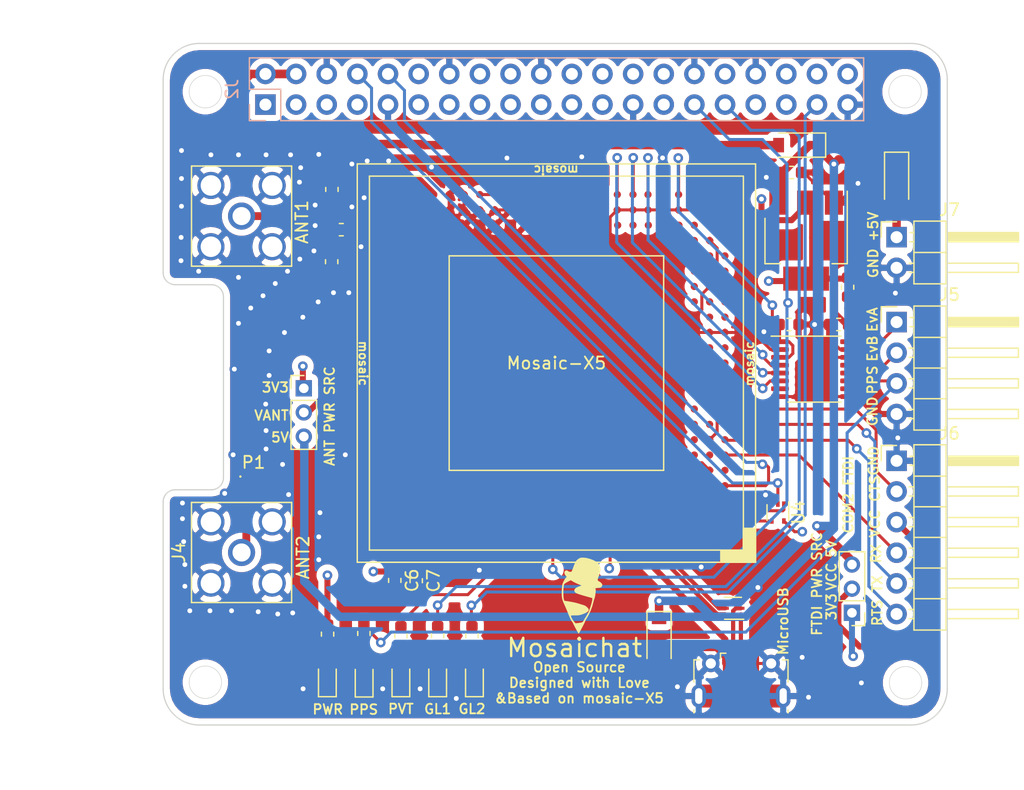
<source format=kicad_pcb>
(kicad_pcb (version 20171130) (host pcbnew "(5.1.6)-1")
  (layers (0 F.Cu mixed) (1 In1.Cu power) (2 In2.Cu power) (31 B.Cu mixed) (34 B.Paste user hide) (35 F.Paste user hide) (36 B.SilkS user) (37 F.SilkS user) (38 B.Mask user hide) (39 F.Mask user hide) (44 Edge.Cuts user))
  (net 0 "")
  (net 1 GND)
  (net 2 +3V3)
  (net 3 /USB_V)
  (net 4 /RPI_P5V)
  (net 5 /GPLED)
  (net 6 /USB_P)
  (net 7 /USB_N)
  (net 8 "Net-(J1-Pad4)")
  (net 9 "Net-(J2-Pad40)")
  (net 10 "Net-(J2-Pad38)")
  (net 11 "Net-(J2-Pad36)")
  (net 12 "Net-(J2-Pad33)")
  (net 13 "Net-(J2-Pad32)")
  (net 14 "Net-(J2-Pad28)")
  (net 15 "Net-(J2-Pad27)")
  (net 16 "Net-(J2-Pad26)")
  (net 17 "Net-(J2-Pad24)")
  (net 18 "Net-(J2-Pad23)")
  (net 19 "Net-(J2-Pad22)")
  (net 20 "Net-(J2-Pad21)")
  (net 21 "Net-(J2-Pad19)")
  (net 22 "Net-(J2-Pad18)")
  (net 23 "Net-(J2-Pad17)")
  (net 24 "Net-(J2-Pad16)")
  (net 25 "Net-(J2-Pad15)")
  (net 26 "Net-(J2-Pad13)")
  (net 27 "Net-(J2-Pad12)")
  (net 28 "Net-(J2-Pad11)")
  (net 29 "Net-(J2-Pad7)")
  (net 30 "Net-(J2-Pad5)")
  (net 31 "Net-(J2-Pad3)")
  (net 32 "Net-(J2-Pad1)")
  (net 33 /ANT1)
  (net 34 /ANT2)
  (net 35 /VANT)
  (net 36 +1V8)
  (net 37 "Net-(U2-PadC1)")
  (net 38 "Net-(U2-PadC2)")
  (net 39 "Net-(U2-PadB2)")
  (net 40 "Net-(U2-PadA2)")
  (net 41 "Net-(U2-PadB3)")
  (net 42 "Net-(U2-PadC3)")
  (net 43 "Net-(U2-PadC5)")
  (net 44 "Net-(U2-PadC6)")
  (net 45 "Net-(U2-PadC8)")
  (net 46 "Net-(U2-PadB9)")
  (net 47 "Net-(U2-PadC11)")
  (net 48 "Net-(U2-PadB12)")
  (net 49 "Net-(U2-PadA13)")
  (net 50 "Net-(U2-PadA9)")
  (net 51 "Net-(U2-PadC10)")
  (net 52 "Net-(U2-PadC13)")
  (net 53 "Net-(U2-PadC12)")
  (net 54 "Net-(U2-PadB10)")
  (net 55 "Net-(U2-PadB14)")
  (net 56 "Net-(U2-PadC14)")
  (net 57 "Net-(U2-PadC9)")
  (net 58 "Net-(U2-PadB15)")
  (net 59 "Net-(U2-PadB11)")
  (net 60 "Net-(U2-PadA10)")
  (net 61 "Net-(U2-PadB16)")
  (net 62 "Net-(U2-PadC21)")
  (net 63 "Net-(U2-PadB23)")
  (net 64 "Net-(U2-PadB22)")
  (net 65 "Net-(U2-PadD3)")
  (net 66 "Net-(U2-PadAA5)")
  (net 67 "Net-(U2-PadAA3)")
  (net 68 "Net-(U2-PadAA2)")
  (net 69 "Net-(U2-PadAA4)")
  (net 70 "Net-(U2-PadAA6)")
  (net 71 "Net-(U2-PadAA11)")
  (net 72 "Net-(U2-PadAA12)")
  (net 73 "Net-(U2-PadAA8)")
  (net 74 "Net-(U2-PadAA9)")
  (net 75 "Net-(U2-PadAA10)")
  (net 76 "Net-(U2-PadAA7)")
  (net 77 "Net-(U2-PadAA1)")
  (net 78 "Net-(U2-PadAB1)")
  (net 79 "Net-(U2-PadAB9)")
  (net 80 "Net-(U2-PadAB10)")
  (net 81 "Net-(U2-PadAB11)")
  (net 82 "Net-(U2-PadAB12)")
  (net 83 "Net-(U2-PadAC1)")
  (net 84 "Net-(U2-PadAC2)")
  (net 85 "Net-(U2-PadAC3)")
  (net 86 "Net-(U2-PadAC5)")
  (net 87 "Net-(U2-PadAC16)")
  (net 88 "Net-(U2-PadAC11)")
  (net 89 "Net-(U2-PadAC12)")
  (net 90 "Net-(U2-PadAC14)")
  (net 91 "Net-(U2-PadAC10)")
  (net 92 "Net-(U2-PadAC9)")
  (net 93 "Net-(U2-PadE3)")
  (net 94 "Net-(U2-PadE1)")
  (net 95 "Net-(U2-PadG3)")
  (net 96 "Net-(U2-PadG22)")
  (net 97 "Net-(U2-PadF2)")
  (net 98 "Net-(U2-PadF3)")
  (net 99 "Net-(U2-PadH3)")
  (net 100 "Net-(U2-PadH2)")
  (net 101 "Net-(U2-PadV1)")
  (net 102 "Net-(U2-PadU1)")
  (net 103 "Net-(U2-PadK1)")
  (net 104 "Net-(U2-PadV3)")
  (net 105 "Net-(U2-PadJ2)")
  (net 106 "Net-(U2-PadM23)")
  (net 107 "Net-(U2-PadU3)")
  (net 108 "Net-(U2-PadL2)")
  (net 109 "Net-(U2-PadL1)")
  (net 110 "Net-(U2-PadV2)")
  (net 111 "Net-(U2-PadK3)")
  (net 112 "Net-(U2-PadL3)")
  (net 113 "Net-(U2-PadJ3)")
  (net 114 "Net-(U2-PadW3)")
  (net 115 "Net-(U2-PadY3)")
  (net 116 "Net-(U2-PadY1)")
  (net 117 "Net-(U2-PadW1)")
  (net 118 "Net-(U2-PadW2)")
  (net 119 "Net-(U2-PadR2)")
  (net 120 "Net-(U2-PadR1)")
  (net 121 "Net-(U2-PadN2)")
  (net 122 "Net-(U2-PadM3)")
  (net 123 "Net-(U2-PadN3)")
  (net 124 "Net-(U2-PadM2)")
  (net 125 "Net-(U2-PadM1)")
  (net 126 "Net-(U2-PadN1)")
  (net 127 "Net-(U2-PadT3)")
  (net 128 "Net-(U2-PadT2)")
  (net 129 "Net-(U2-PadT1)")
  (net 130 /MosaicRX2)
  (net 131 /MosaicTX2)
  (net 132 +5V)
  (net 133 /MosaicCTS2)
  (net 134 /MosaicRTS2)
  (net 135 "Net-(U1-Pad10)")
  (net 136 "Net-(U1-Pad7)")
  (net 137 "Net-(C5-Pad1)")
  (net 138 /External_5V)
  (net 139 "Net-(D3-Pad2)")
  (net 140 "Net-(D4-Pad2)")
  (net 141 "Net-(D6-Pad2)")
  (net 142 "Net-(D7-Pad2)")
  (net 143 "Net-(D8-Pad2)")
  (net 144 /RPI_GP1)
  (net 145 /RPI_GP2)
  (net 146 /EVENTA_3V3)
  (net 147 /EVENTB_3V3)
  (net 148 /PPSO_3V3)
  (net 149 /PPSO_1V8)
  (net 150 /EVENTB_1V8)
  (net 151 /EVENTA_1V8)
  (net 152 /FTDI_PWR)
  (net 153 /D-)
  (net 154 /D+)
  (net 155 "Net-(J2-Pad35)")
  (net 156 /MosaicTX1)
  (net 157 /MosaicRX1)
  (net 158 /nRST_IN)
  (net 159 /MODULE_RDY)
  (net 160 /MosaicRX1_BufferOUT)
  (module mLAYOUT:MinROSv0.12 (layer F.Cu) (at 153.1 48 270)
    (fp_text reference U2 hide)
    (fp_text value Mosaic_v0.12)
    (fp_text user Mosaic-X5 (at 0 0 180) (layer F.SilkS))
    (pad U21 smd circle (at -6.35 11.43 180) (size 0.6 0.6) (layers F.Cu F.Paste F.Mask) (net 1 GND))
    (pad R23 smd circle (at -3.81 13.97 180) (size 0.6 0.6) (layers F.Cu F.Paste F.Mask) (net 35 /VANT))
    (pad U22 smd circle (at -6.35 12.7 180) (size 0.6 0.6) (layers F.Cu F.Paste F.Mask) (net 1 GND))
    (pad R21 smd circle (at -3.81 11.43 180) (size 0.6 0.6) (layers F.Cu F.Paste F.Mask) (net 1 GND))
    (pad T22 smd circle (at -5.08 12.7 180) (size 0.6 0.6) (layers F.Cu F.Paste F.Mask) (net 1 GND))
    (pad P22 smd circle (at -2.54 12.7 180) (size 0.6 0.6) (layers F.Cu F.Paste F.Mask) (net 1 GND))
    (pad V21 smd circle (at -7.62 11.43 180) (size 0.6 0.6) (layers F.Cu F.Paste F.Mask) (net 1 GND))
    (pad R22 smd circle (at -3.81 12.7 180) (size 0.6 0.6) (layers F.Cu F.Paste F.Mask) (net 1 GND))
    (pad T21 smd circle (at -5.08 11.43 180) (size 0.6 0.6) (layers F.Cu F.Paste F.Mask) (net 1 GND))
    (pad U23 smd circle (at -6.35 13.97 180) (size 0.6 0.6) (layers F.Cu F.Paste F.Mask) (net 1 GND))
    (pad V22 smd circle (at -7.62 12.7 180) (size 0.6 0.6) (layers F.Cu F.Paste F.Mask) (net 1 GND))
    (pad T23 smd circle (at -5.08 13.97 180) (size 0.6 0.6) (layers F.Cu F.Paste F.Mask) (net 1 GND))
    (pad V23 smd circle (at -7.62 13.97 180) (size 0.6 0.6) (layers F.Cu F.Paste F.Mask) (net 34 /ANT2))
    (pad P21 smd circle (at -2.54 11.43 180) (size 0.6 0.6) (layers F.Cu F.Paste F.Mask) (net 1 GND))
    (pad P23 smd circle (at -2.54 13.97 180) (size 0.6 0.6) (layers F.Cu F.Paste F.Mask) (net 35 /VANT))
    (pad T1 smd circle (at -5.08 -13.97 180) (size 0.6 0.6) (layers F.Cu F.Paste F.Mask) (net 129 "Net-(U2-PadT1)"))
    (pad T2 smd circle (at -5.08 -12.7 180) (size 0.6 0.6) (layers F.Cu F.Paste F.Mask) (net 128 "Net-(U2-PadT2)"))
    (pad T3 smd circle (at -5.08 -11.43 180) (size 0.6 0.6) (layers F.Cu F.Paste F.Mask) (net 127 "Net-(U2-PadT3)"))
    (pad N1 smd circle (at -1.27 -13.97 180) (size 0.6 0.6) (layers F.Cu F.Paste F.Mask) (net 126 "Net-(U2-PadN1)"))
    (pad M1 smd circle (at 0 -13.97 180) (size 0.6 0.6) (layers F.Cu F.Paste F.Mask) (net 125 "Net-(U2-PadM1)"))
    (pad M2 smd circle (at 0 -12.7 180) (size 0.6 0.6) (layers F.Cu F.Paste F.Mask) (net 124 "Net-(U2-PadM2)"))
    (pad N3 smd circle (at -1.27 -11.43 180) (size 0.6 0.6) (layers F.Cu F.Paste F.Mask) (net 123 "Net-(U2-PadN3)"))
    (pad P1 smd circle (at -2.54 -13.97 180) (size 0.6 0.6) (layers F.Cu F.Paste F.Mask) (net 1 GND))
    (pad M3 smd circle (at 0 -11.43 180) (size 0.6 0.6) (layers F.Cu F.Paste F.Mask) (net 122 "Net-(U2-PadM3)"))
    (pad P3 smd circle (at -2.54 -11.43 180) (size 0.6 0.6) (layers F.Cu F.Paste F.Mask) (net 1 GND))
    (pad N2 smd circle (at -1.27 -12.7 180) (size 0.6 0.6) (layers F.Cu F.Paste F.Mask) (net 121 "Net-(U2-PadN2)"))
    (pad R3 smd circle (at -3.81 -11.43 180) (size 0.6 0.6) (layers F.Cu F.Paste F.Mask) (net 1 GND))
    (pad R1 smd circle (at -3.81 -13.97 180) (size 0.6 0.6) (layers F.Cu F.Paste F.Mask) (net 120 "Net-(U2-PadR1)"))
    (pad R2 smd circle (at -3.81 -12.7 180) (size 0.6 0.6) (layers F.Cu F.Paste F.Mask) (net 119 "Net-(U2-PadR2)"))
    (pad P2 smd circle (at -2.54 -12.7 180) (size 0.6 0.6) (layers F.Cu F.Paste F.Mask) (net 1 GND))
    (pad Y2 smd circle (at -10.16 -12.7 180) (size 0.6 0.6) (layers F.Cu F.Paste F.Mask) (net 1 GND))
    (pad Y22 smd circle (at -10.16 12.7 180) (size 0.6 0.6) (layers F.Cu F.Paste F.Mask) (net 1 GND))
    (pad W23 smd circle (at -8.89 13.97 180) (size 0.6 0.6) (layers F.Cu F.Paste F.Mask) (net 1 GND))
    (pad W22 smd circle (at -8.89 12.7 180) (size 0.6 0.6) (layers F.Cu F.Paste F.Mask) (net 1 GND))
    (pad W21 smd circle (at -8.89 11.43 180) (size 0.6 0.6) (layers F.Cu F.Paste F.Mask) (net 1 GND))
    (pad W2 smd circle (at -8.89 -12.7 180) (size 0.6 0.6) (layers F.Cu F.Paste F.Mask) (net 118 "Net-(U2-PadW2)"))
    (pad Y23 smd circle (at -10.16 13.97 180) (size 0.6 0.6) (layers F.Cu F.Paste F.Mask) (net 1 GND))
    (pad Y21 smd circle (at -10.16 11.43 180) (size 0.6 0.6) (layers F.Cu F.Paste F.Mask) (net 1 GND))
    (pad W1 smd circle (at -8.89 -13.97 180) (size 0.6 0.6) (layers F.Cu F.Paste F.Mask) (net 117 "Net-(U2-PadW1)"))
    (pad Y1 smd circle (at -10.16 -13.97 180) (size 0.6 0.6) (layers F.Cu F.Paste F.Mask) (net 116 "Net-(U2-PadY1)"))
    (pad Y3 smd circle (at -10.16 -11.43 180) (size 0.6 0.6) (layers F.Cu F.Paste F.Mask) (net 115 "Net-(U2-PadY3)"))
    (pad W3 smd circle (at -8.89 -11.43 180) (size 0.6 0.6) (layers F.Cu F.Paste F.Mask) (net 114 "Net-(U2-PadW3)"))
    (pad J3 smd circle (at 3.81 -11.43 180) (size 0.6 0.6) (layers F.Cu F.Paste F.Mask) (net 113 "Net-(U2-PadJ3)"))
    (pad J23 smd circle (at 3.81 13.97 180) (size 0.6 0.6) (layers F.Cu F.Paste F.Mask) (net 1 GND))
    (pad J1 smd circle (at 3.81 -13.97 180) (size 0.6 0.6) (layers F.Cu F.Paste F.Mask) (net 133 /MosaicCTS2))
    (pad J21 smd circle (at 3.81 11.43 180) (size 0.6 0.6) (layers F.Cu F.Paste F.Mask) (net 1 GND))
    (pad J22 smd circle (at 3.81 12.7 180) (size 0.6 0.6) (layers F.Cu F.Paste F.Mask) (net 1 GND))
    (pad L23 smd circle (at 1.27 13.97 180) (size 0.6 0.6) (layers F.Cu F.Paste F.Mask) (net 1 GND))
    (pad K23 smd circle (at 2.54 13.97 180) (size 0.6 0.6) (layers F.Cu F.Paste F.Mask) (net 1 GND))
    (pad N22 smd circle (at -1.27 12.7 180) (size 0.6 0.6) (layers F.Cu F.Paste F.Mask) (net 1 GND))
    (pad L3 smd circle (at 1.27 -11.43 180) (size 0.6 0.6) (layers F.Cu F.Paste F.Mask) (net 112 "Net-(U2-PadL3)"))
    (pad M23 smd circle (at 0 13.97 180) (size 0.6 0.6) (layers F.Cu F.Paste F.Mask) (net 106 "Net-(U2-PadM23)"))
    (pad K3 smd circle (at 2.54 -11.43 180) (size 0.6 0.6) (layers F.Cu F.Paste F.Mask) (net 111 "Net-(U2-PadK3)"))
    (pad L22 smd circle (at 1.27 12.7 180) (size 0.6 0.6) (layers F.Cu F.Paste F.Mask) (net 1 GND))
    (pad K21 smd circle (at 2.54 11.43 180) (size 0.6 0.6) (layers F.Cu F.Paste F.Mask) (net 1 GND))
    (pad V2 smd circle (at -7.62 -12.7 180) (size 0.6 0.6) (layers F.Cu F.Paste F.Mask) (net 110 "Net-(U2-PadV2)"))
    (pad L1 smd circle (at 1.27 -13.97 180) (size 0.6 0.6) (layers F.Cu F.Paste F.Mask) (net 109 "Net-(U2-PadL1)"))
    (pad M22 smd circle (at 0 12.7 180) (size 0.6 0.6) (layers F.Cu F.Paste F.Mask) (net 1 GND))
    (pad L21 smd circle (at 1.27 11.43 180) (size 0.6 0.6) (layers F.Cu F.Paste F.Mask) (net 1 GND))
    (pad L2 smd circle (at 1.27 -12.7 180) (size 0.6 0.6) (layers F.Cu F.Paste F.Mask) (net 108 "Net-(U2-PadL2)"))
    (pad U3 smd circle (at -6.35 -11.43 180) (size 0.6 0.6) (layers F.Cu F.Paste F.Mask) (net 107 "Net-(U2-PadU3)"))
    (pad N23 smd circle (at -1.27 13.97 180) (size 0.6 0.6) (layers F.Cu F.Paste F.Mask) (net 106 "Net-(U2-PadM23)"))
    (pad N21 smd circle (at -1.27 11.43 180) (size 0.6 0.6) (layers F.Cu F.Paste F.Mask) (net 1 GND))
    (pad J2 smd circle (at 3.81 -12.7 180) (size 0.6 0.6) (layers F.Cu F.Paste F.Mask) (net 105 "Net-(U2-PadJ2)"))
    (pad V3 smd circle (at -7.62 -11.43 180) (size 0.6 0.6) (layers F.Cu F.Paste F.Mask) (net 104 "Net-(U2-PadV3)"))
    (pad K1 smd circle (at 2.54 -13.97 180) (size 0.6 0.6) (layers F.Cu F.Paste F.Mask) (net 103 "Net-(U2-PadK1)"))
    (pad M21 smd circle (at 0 11.43 180) (size 0.6 0.6) (layers F.Cu F.Paste F.Mask) (net 1 GND))
    (pad K22 smd circle (at 2.54 12.7 180) (size 0.6 0.6) (layers F.Cu F.Paste F.Mask) (net 1 GND))
    (pad K2 smd circle (at 2.54 -12.7 180) (size 0.6 0.6) (layers F.Cu F.Paste F.Mask) (net 1 GND))
    (pad U2 smd circle (at -6.35 -12.7 180) (size 0.6 0.6) (layers F.Cu F.Paste F.Mask) (net 1 GND))
    (pad U1 smd circle (at -6.35 -13.97 180) (size 0.6 0.6) (layers F.Cu F.Paste F.Mask) (net 102 "Net-(U2-PadU1)"))
    (pad V1 smd circle (at -7.62 -13.97 180) (size 0.6 0.6) (layers F.Cu F.Paste F.Mask) (net 101 "Net-(U2-PadV1)"))
    (pad H2 smd circle (at 5.08 -12.7 180) (size 0.6 0.6) (layers F.Cu F.Paste F.Mask) (net 100 "Net-(U2-PadH2)"))
    (pad H22 smd circle (at 5.08 12.7 180) (size 0.6 0.6) (layers F.Cu F.Paste F.Mask) (net 1 GND))
    (pad H1 smd circle (at 5.08 -13.97 180) (size 0.6 0.6) (layers F.Cu F.Paste F.Mask) (net 131 /MosaicTX2))
    (pad H3 smd circle (at 5.08 -11.43 180) (size 0.6 0.6) (layers F.Cu F.Paste F.Mask) (net 99 "Net-(U2-PadH3)"))
    (pad H21 smd circle (at 5.08 11.43 180) (size 0.6 0.6) (layers F.Cu F.Paste F.Mask) (net 1 GND))
    (pad H23 smd circle (at 5.08 13.97 180) (size 0.6 0.6) (layers F.Cu F.Paste F.Mask) (net 1 GND))
    (pad F23 smd circle (at 7.62 13.97 180) (size 0.6 0.6) (layers F.Cu F.Paste F.Mask) (net 1 GND))
    (pad F21 smd circle (at 7.62 11.43 180) (size 0.6 0.6) (layers F.Cu F.Paste F.Mask) (net 1 GND))
    (pad F22 smd circle (at 7.62 12.7 180) (size 0.6 0.6) (layers F.Cu F.Paste F.Mask) (net 1 GND))
    (pad F1 smd circle (at 7.62 -13.97 180) (size 0.6 0.6) (layers F.Cu F.Paste F.Mask) (net 130 /MosaicRX2))
    (pad F3 smd circle (at 7.62 -11.43 180) (size 0.6 0.6) (layers F.Cu F.Paste F.Mask) (net 98 "Net-(U2-PadF3)"))
    (pad F2 smd circle (at 7.62 -12.7 180) (size 0.6 0.6) (layers F.Cu F.Paste F.Mask) (net 97 "Net-(U2-PadF2)"))
    (pad G1 smd circle (at 6.35 -13.97 180) (size 0.6 0.6) (layers F.Cu F.Paste F.Mask) (net 134 /MosaicRTS2))
    (pad G22 smd circle (at 6.35 12.7 180) (size 0.6 0.6) (layers F.Cu F.Paste F.Mask) (net 96 "Net-(U2-PadG22)"))
    (pad G3 smd circle (at 6.35 -11.43 180) (size 0.6 0.6) (layers F.Cu F.Paste F.Mask) (net 95 "Net-(U2-PadG3)"))
    (pad G2 smd circle (at 6.35 -12.7 180) (size 0.6 0.6) (layers F.Cu F.Paste F.Mask) (net 1 GND))
    (pad G23 smd circle (at 6.35 13.97 180) (size 0.6 0.6) (layers F.Cu F.Paste F.Mask) (net 1 GND))
    (pad G21 smd circle (at 6.35 11.43 180) (size 0.6 0.6) (layers F.Cu F.Paste F.Mask) (net 1 GND))
    (pad E23 smd circle (at 8.89 13.97 180) (size 0.6 0.6) (layers F.Cu F.Paste F.Mask) (net 1 GND))
    (pad E21 smd circle (at 8.89 11.43 180) (size 0.6 0.6) (layers F.Cu F.Paste F.Mask) (net 1 GND))
    (pad E22 smd circle (at 8.89 12.7 180) (size 0.6 0.6) (layers F.Cu F.Paste F.Mask) (net 1 GND))
    (pad E1 smd circle (at 8.89 -13.97 180) (size 0.6 0.6) (layers F.Cu F.Paste F.Mask) (net 94 "Net-(U2-PadE1)"))
    (pad E3 smd circle (at 8.89 -11.43 180) (size 0.6 0.6) (layers F.Cu F.Paste F.Mask) (net 93 "Net-(U2-PadE3)"))
    (pad E2 smd circle (at 8.89 -12.7 180) (size 0.6 0.6) (layers F.Cu F.Paste F.Mask) (net 1 GND))
    (pad AC9 smd circle (at -13.97 -3.81 270) (size 0.6 0.6) (layers F.Cu F.Paste F.Mask) (net 92 "Net-(U2-PadAC9)"))
    (pad AC8 smd circle (at -13.97 -5.05 270) (size 0.6 0.6) (layers F.Cu F.Paste F.Mask) (net 149 /PPSO_1V8))
    (pad AC10 smd circle (at -13.97 -2.51 270) (size 0.6 0.6) (layers F.Cu F.Paste F.Mask) (net 91 "Net-(U2-PadAC10)"))
    (pad AC23 smd circle (at -13.97 13.97 270) (size 0.6 0.6) (layers F.Cu F.Paste F.Mask) (net 1 GND))
    (pad AC14 smd circle (at -13.97 2.57 270) (size 0.6 0.6) (layers F.Cu F.Paste F.Mask) (net 90 "Net-(U2-PadAC14)"))
    (pad AC19 smd circle (at -13.97 8.89 270) (size 0.6 0.6) (layers F.Cu F.Paste F.Mask) (net 1 GND))
    (pad AC7 smd circle (at -13.97 -6.35 270) (size 0.6 0.6) (layers F.Cu F.Paste F.Mask) (net 150 /EVENTB_1V8))
    (pad AC18 smd circle (at -13.97 7.65 270) (size 0.6 0.6) (layers F.Cu F.Paste F.Mask) (net 1 GND))
    (pad AC20 smd circle (at -13.97 10.19 270) (size 0.6 0.6) (layers F.Cu F.Paste F.Mask) (net 33 /ANT1))
    (pad AC21 smd circle (at -13.97 11.43 270) (size 0.6 0.6) (layers F.Cu F.Paste F.Mask) (net 1 GND))
    (pad AC15 smd circle (at -13.97 3.81 270) (size 0.6 0.6) (layers F.Cu F.Paste F.Mask) (net 1 GND))
    (pad AC12 smd circle (at -13.97 0.03 270) (size 0.6 0.6) (layers F.Cu F.Paste F.Mask) (net 89 "Net-(U2-PadAC12)"))
    (pad AC13 smd circle (at -13.97 1.27 270) (size 0.6 0.6) (layers F.Cu F.Paste F.Mask) (net 1 GND))
    (pad AC11 smd circle (at -13.97 -1.27 270) (size 0.6 0.6) (layers F.Cu F.Paste F.Mask) (net 88 "Net-(U2-PadAC11)"))
    (pad AC17 smd circle (at -13.97 6.35 270) (size 0.6 0.6) (layers F.Cu F.Paste F.Mask) (net 87 "Net-(U2-PadAC16)"))
    (pad AC16 smd circle (at -13.97 5.11 270) (size 0.6 0.6) (layers F.Cu F.Paste F.Mask) (net 87 "Net-(U2-PadAC16)"))
    (pad AC22 smd circle (at -13.97 12.73 270) (size 0.6 0.6) (layers F.Cu F.Paste F.Mask) (net 1 GND))
    (pad AC6 smd circle (at -13.97 -7.59 270) (size 0.6 0.6) (layers F.Cu F.Paste F.Mask) (net 151 /EVENTA_1V8))
    (pad AC5 smd circle (at -13.97 -8.89 270) (size 0.6 0.6) (layers F.Cu F.Paste F.Mask) (net 86 "Net-(U2-PadAC5)"))
    (pad AC3 smd circle (at -13.97 -11.43 270) (size 0.6 0.6) (layers F.Cu F.Paste F.Mask) (net 85 "Net-(U2-PadAC3)"))
    (pad AC4 smd circle (at -13.97 -10.13 270) (size 0.6 0.6) (layers F.Cu F.Paste F.Mask) (net 36 +1V8))
    (pad AC2 smd circle (at -13.97 -12.67 270) (size 0.6 0.6) (layers F.Cu F.Paste F.Mask) (net 84 "Net-(U2-PadAC2)"))
    (pad AC1 smd circle (at -13.97 -13.97 270) (size 0.6 0.6) (layers F.Cu F.Paste F.Mask) (net 83 "Net-(U2-PadAC1)"))
    (pad AB18 smd circle (at -12.7 7.65 270) (size 0.6 0.6) (layers F.Cu F.Paste F.Mask) (net 1 GND))
    (pad AB12 smd circle (at -12.7 0.03 270) (size 0.6 0.6) (layers F.Cu F.Paste F.Mask) (net 82 "Net-(U2-PadAB12)"))
    (pad AB11 smd circle (at -12.7 -1.27 270) (size 0.6 0.6) (layers F.Cu F.Paste F.Mask) (net 81 "Net-(U2-PadAB11)"))
    (pad AB8 smd circle (at -12.7 -5.05 270) (size 0.6 0.6) (layers F.Cu F.Paste F.Mask) (net 1 GND))
    (pad AB7 smd circle (at -12.7 -6.35 270) (size 0.6 0.6) (layers F.Cu F.Paste F.Mask) (net 1 GND))
    (pad AB13 smd circle (at -12.7 1.27 270) (size 0.6 0.6) (layers F.Cu F.Paste F.Mask) (net 1 GND))
    (pad AB20 smd circle (at -12.7 10.19 270) (size 0.6 0.6) (layers F.Cu F.Paste F.Mask) (net 1 GND))
    (pad AB21 smd circle (at -12.7 11.43 270) (size 0.6 0.6) (layers F.Cu F.Paste F.Mask) (net 1 GND))
    (pad AB22 smd circle (at -12.7 12.73 270) (size 0.6 0.6) (layers F.Cu F.Paste F.Mask) (net 1 GND))
    (pad AB17 smd circle (at -12.7 6.35 270) (size 0.6 0.6) (layers F.Cu F.Paste F.Mask) (net 1 GND))
    (pad AB16 smd circle (at -12.7 5.11 270) (size 0.6 0.6) (layers F.Cu F.Paste F.Mask) (net 1 GND))
    (pad AB19 smd circle (at -12.7 8.89 270) (size 0.6 0.6) (layers F.Cu F.Paste F.Mask) (net 1 GND))
    (pad AB23 smd circle (at -12.7 13.97 270) (size 0.6 0.6) (layers F.Cu F.Paste F.Mask) (net 1 GND))
    (pad AB15 smd circle (at -12.7 3.81 270) (size 0.6 0.6) (layers F.Cu F.Paste F.Mask) (net 1 GND))
    (pad AB14 smd circle (at -12.7 2.57 270) (size 0.6 0.6) (layers F.Cu F.Paste F.Mask) (net 1 GND))
    (pad AB10 smd circle (at -12.7 -2.51 270) (size 0.6 0.6) (layers F.Cu F.Paste F.Mask) (net 80 "Net-(U2-PadAB10)"))
    (pad AB9 smd circle (at -12.7 -3.81 270) (size 0.6 0.6) (layers F.Cu F.Paste F.Mask) (net 79 "Net-(U2-PadAB9)"))
    (pad AB5 smd circle (at -12.7 -8.89 270) (size 0.6 0.6) (layers F.Cu F.Paste F.Mask) (net 1 GND))
    (pad AB6 smd circle (at -12.7 -7.59 270) (size 0.6 0.6) (layers F.Cu F.Paste F.Mask) (net 1 GND))
    (pad AB2 smd circle (at -12.7 -12.67 270) (size 0.6 0.6) (layers F.Cu F.Paste F.Mask) (net 1 GND))
    (pad AB4 smd circle (at -12.7 -10.13 270) (size 0.6 0.6) (layers F.Cu F.Paste F.Mask) (net 1 GND))
    (pad AB3 smd circle (at -12.7 -11.43 270) (size 0.6 0.6) (layers F.Cu F.Paste F.Mask) (net 1 GND))
    (pad AB1 smd circle (at -12.7 -13.97 270) (size 0.6 0.6) (layers F.Cu F.Paste F.Mask) (net 78 "Net-(U2-PadAB1)"))
    (pad AA1 smd circle (at -11.43 -13.97 270) (size 0.6 0.6) (layers F.Cu F.Paste F.Mask) (net 77 "Net-(U2-PadAA1)"))
    (pad AA15 smd circle (at -11.43 3.81 270) (size 0.6 0.6) (layers F.Cu F.Paste F.Mask) (net 1 GND))
    (pad AA16 smd circle (at -11.43 5.08 270) (size 0.6 0.6) (layers F.Cu F.Paste F.Mask) (net 1 GND))
    (pad AA19 smd circle (at -11.43 8.89 270) (size 0.6 0.6) (layers F.Cu F.Paste F.Mask) (net 1 GND))
    (pad AA7 smd circle (at -11.43 -6.35 270) (size 0.6 0.6) (layers F.Cu F.Paste F.Mask) (net 76 "Net-(U2-PadAA7)"))
    (pad AA22 smd circle (at -11.43 12.7 270) (size 0.6 0.6) (layers F.Cu F.Paste F.Mask) (net 1 GND))
    (pad AA18 smd circle (at -11.43 7.62 270) (size 0.6 0.6) (layers F.Cu F.Paste F.Mask) (net 1 GND))
    (pad AA13 smd circle (at -11.43 1.27 270) (size 0.6 0.6) (layers F.Cu F.Paste F.Mask) (net 1 GND))
    (pad AA10 smd circle (at -11.43 -2.54 270) (size 0.6 0.6) (layers F.Cu F.Paste F.Mask) (net 75 "Net-(U2-PadAA10)"))
    (pad AA20 smd circle (at -11.43 10.16 270) (size 0.6 0.6) (layers F.Cu F.Paste F.Mask) (net 1 GND))
    (pad AA17 smd circle (at -11.43 6.35 270) (size 0.6 0.6) (layers F.Cu F.Paste F.Mask) (net 1 GND))
    (pad AA21 smd circle (at -11.43 11.43 270) (size 0.6 0.6) (layers F.Cu F.Paste F.Mask) (net 1 GND))
    (pad AA9 smd circle (at -11.43 -3.81 270) (size 0.6 0.6) (layers F.Cu F.Paste F.Mask) (net 74 "Net-(U2-PadAA9)"))
    (pad AA14 smd circle (at -11.43 2.54 270) (size 0.6 0.6) (layers F.Cu F.Paste F.Mask) (net 1 GND))
    (pad AA8 smd circle (at -11.43 -5.08 270) (size 0.6 0.6) (layers F.Cu F.Paste F.Mask) (net 73 "Net-(U2-PadAA8)"))
    (pad AA12 smd circle (at -11.43 0 270) (size 0.6 0.6) (layers F.Cu F.Paste F.Mask) (net 72 "Net-(U2-PadAA12)"))
    (pad AA23 smd circle (at -11.43 13.97 270) (size 0.6 0.6) (layers F.Cu F.Paste F.Mask) (net 1 GND))
    (pad AA11 smd circle (at -11.43 -1.27 270) (size 0.6 0.6) (layers F.Cu F.Paste F.Mask) (net 71 "Net-(U2-PadAA11)"))
    (pad AA6 smd circle (at -11.43 -7.62 270) (size 0.6 0.6) (layers F.Cu F.Paste F.Mask) (net 70 "Net-(U2-PadAA6)"))
    (pad AA4 smd circle (at -11.43 -10.16 270) (size 0.6 0.6) (layers F.Cu F.Paste F.Mask) (net 69 "Net-(U2-PadAA4)"))
    (pad AA2 smd circle (at -11.43 -12.7 270) (size 0.6 0.6) (layers F.Cu F.Paste F.Mask) (net 68 "Net-(U2-PadAA2)"))
    (pad AA3 smd circle (at -11.43 -11.43 270) (size 0.6 0.6) (layers F.Cu F.Paste F.Mask) (net 67 "Net-(U2-PadAA3)"))
    (pad AA5 smd circle (at -11.43 -8.89 270) (size 0.6 0.6) (layers F.Cu F.Paste F.Mask) (net 66 "Net-(U2-PadAA5)"))
    (pad D21 smd circle (at 10.16 11.43 180) (size 0.6 0.6) (layers F.Cu F.Paste F.Mask) (net 1 GND))
    (pad D23 smd circle (at 10.16 13.97 180) (size 0.6 0.6) (layers F.Cu F.Paste F.Mask) (net 1 GND))
    (pad D22 smd circle (at 10.16 12.7 180) (size 0.6 0.6) (layers F.Cu F.Paste F.Mask) (net 1 GND))
    (pad D1 smd circle (at 10.16 -13.97 180) (size 0.6 0.6) (layers F.Cu F.Paste F.Mask) (net 156 /MosaicTX1))
    (pad D2 smd circle (at 10.16 -12.7 180) (size 0.6 0.6) (layers F.Cu F.Paste F.Mask) (net 1 GND))
    (pad D3 smd circle (at 10.16 -11.43 180) (size 0.6 0.6) (layers F.Cu F.Paste F.Mask) (net 65 "Net-(U2-PadD3)"))
    (pad B17 smd circle (at 12.7 6.35 270) (size 0.6 0.6) (layers F.Cu F.Paste F.Mask) (net 1 GND))
    (pad A20 smd circle (at 13.97 10.16 270) (size 0.6 0.6) (layers F.Cu F.Paste F.Mask) (net 2 +3V3))
    (pad B19 smd circle (at 12.7 8.89 270) (size 0.6 0.6) (layers F.Cu F.Paste F.Mask) (net 2 +3V3))
    (pad B22 smd circle (at 12.7 12.73 270) (size 0.6 0.6) (layers F.Cu F.Paste F.Mask) (net 64 "Net-(U2-PadB22)"))
    (pad C20 smd circle (at 11.43 10.19 270) (size 0.6 0.6) (layers F.Cu F.Paste F.Mask) (net 2 +3V3))
    (pad A19 smd circle (at 13.97 8.89 270) (size 0.6 0.6) (layers F.Cu F.Paste F.Mask) (net 2 +3V3))
    (pad A21 smd circle (at 13.97 11.43 270) (size 0.6 0.6) (layers F.Cu F.Paste F.Mask) (net 1 GND))
    (pad B23 smd circle (at 12.7 13.97 270) (size 0.6 0.6) (layers F.Cu F.Paste F.Mask) (net 63 "Net-(U2-PadB23)"))
    (pad B21 smd circle (at 12.7 11.43 270) (size 0.6 0.6) (layers F.Cu F.Paste F.Mask) (net 1 GND))
    (pad C23 smd circle (at 11.43 13.97 270) (size 0.6 0.6) (layers F.Cu F.Paste F.Mask) (net 1 GND))
    (pad A18 smd circle (at 13.97 7.62 270) (size 0.6 0.6) (layers F.Cu F.Paste F.Mask) (net 2 +3V3))
    (pad C19 smd circle (at 11.43 8.89 270) (size 0.6 0.6) (layers F.Cu F.Paste F.Mask) (net 2 +3V3))
    (pad C18 smd circle (at 11.43 7.65 270) (size 0.6 0.6) (layers F.Cu F.Paste F.Mask) (net 2 +3V3))
    (pad C21 smd circle (at 11.43 11.43 270) (size 0.6 0.6) (layers F.Cu F.Paste F.Mask) (net 62 "Net-(U2-PadC21)"))
    (pad B18 smd circle (at 12.7 7.65 270) (size 0.6 0.6) (layers F.Cu F.Paste F.Mask) (net 2 +3V3))
    (pad A17 smd circle (at 13.97 6.35 270) (size 0.6 0.6) (layers F.Cu F.Paste F.Mask) (net 1 GND))
    (pad A23 smd circle (at 13.97 13.97 270) (size 0.6 0.6) (layers F.Cu F.Paste F.Mask) (net 1 GND))
    (pad C17 smd circle (at 11.43 6.35 270) (size 0.6 0.6) (layers F.Cu F.Paste F.Mask) (net 1 GND))
    (pad A22 smd circle (at 13.97 12.7 270) (size 0.6 0.6) (layers F.Cu F.Paste F.Mask) (net 1 GND))
    (pad B20 smd circle (at 12.7 10.19 270) (size 0.6 0.6) (layers F.Cu F.Paste F.Mask) (net 2 +3V3))
    (pad C22 smd circle (at 11.43 12.73 270) (size 0.6 0.6) (layers F.Cu F.Paste F.Mask))
    (pad B16 smd circle (at 12.7 5.11 270) (size 0.6 0.6) (layers F.Cu F.Paste F.Mask) (net 61 "Net-(U2-PadB16)"))
    (pad C16 smd circle (at 11.43 5.11 270) (size 0.6 0.6) (layers F.Cu F.Paste F.Mask) (net 1 GND))
    (pad A10 smd circle (at 13.97 -2.54 270) (size 0.6 0.6) (layers F.Cu F.Paste F.Mask) (net 60 "Net-(U2-PadA10)"))
    (pad A15 smd circle (at 13.97 3.81 270) (size 0.6 0.6) (layers F.Cu F.Paste F.Mask) (net 1 GND))
    (pad B11 smd circle (at 12.7 -1.27 270) (size 0.6 0.6) (layers F.Cu F.Paste F.Mask) (net 59 "Net-(U2-PadB11)"))
    (pad A14 smd circle (at 13.97 2.54 270) (size 0.6 0.6) (layers F.Cu F.Paste F.Mask) (net 5 /GPLED))
    (pad A11 smd circle (at 13.97 -1.27 270) (size 0.6 0.6) (layers F.Cu F.Paste F.Mask) (net 158 /nRST_IN))
    (pad B15 smd circle (at 12.7 3.81 270) (size 0.6 0.6) (layers F.Cu F.Paste F.Mask) (net 58 "Net-(U2-PadB15)"))
    (pad C9 smd circle (at 11.43 -3.81 270) (size 0.6 0.6) (layers F.Cu F.Paste F.Mask) (net 57 "Net-(U2-PadC9)"))
    (pad C14 smd circle (at 11.43 2.57 270) (size 0.6 0.6) (layers F.Cu F.Paste F.Mask) (net 56 "Net-(U2-PadC14)"))
    (pad B14 smd circle (at 12.7 2.57 270) (size 0.6 0.6) (layers F.Cu F.Paste F.Mask) (net 55 "Net-(U2-PadB14)"))
    (pad B10 smd circle (at 12.7 -2.51 270) (size 0.6 0.6) (layers F.Cu F.Paste F.Mask) (net 54 "Net-(U2-PadB10)"))
    (pad B13 smd circle (at 12.7 1.27 270) (size 0.6 0.6) (layers F.Cu F.Paste F.Mask) (net 1 GND))
    (pad A16 smd circle (at 13.97 5.08 270) (size 0.6 0.6) (layers F.Cu F.Paste F.Mask) (net 1 GND))
    (pad C12 smd circle (at 11.43 0.03 270) (size 0.6 0.6) (layers F.Cu F.Paste F.Mask) (net 53 "Net-(U2-PadC12)"))
    (pad C13 smd circle (at 11.43 1.27 270) (size 0.6 0.6) (layers F.Cu F.Paste F.Mask) (net 52 "Net-(U2-PadC13)"))
    (pad C10 smd circle (at 11.43 -2.51 270) (size 0.6 0.6) (layers F.Cu F.Paste F.Mask) (net 51 "Net-(U2-PadC10)"))
    (pad A9 smd circle (at 13.97 -3.81 270) (size 0.6 0.6) (layers F.Cu F.Paste F.Mask) (net 50 "Net-(U2-PadA9)"))
    (pad A12 smd circle (at 13.97 0 270) (size 0.6 0.6) (layers F.Cu F.Paste F.Mask) (net 159 /MODULE_RDY))
    (pad C15 smd circle (at 11.43 3.81 270) (size 0.6 0.6) (layers F.Cu F.Paste F.Mask) (net 1 GND))
    (pad A13 smd circle (at 13.97 1.27 270) (size 0.6 0.6) (layers F.Cu F.Paste F.Mask) (net 49 "Net-(U2-PadA13)"))
    (pad B12 smd circle (at 12.7 0.03 270) (size 0.6 0.6) (layers F.Cu F.Paste F.Mask) (net 48 "Net-(U2-PadB12)"))
    (pad C11 smd circle (at 11.43 -1.27 270) (size 0.6 0.6) (layers F.Cu F.Paste F.Mask) (net 47 "Net-(U2-PadC11)"))
    (pad B9 smd circle (at 12.7 -3.81 270) (size 0.6 0.6) (layers F.Cu F.Paste F.Mask) (net 46 "Net-(U2-PadB9)"))
    (pad C7 smd circle (at 11.43 -6.35 270) (size 0.6 0.6) (layers F.Cu F.Paste F.Mask) (net 1 GND))
    (pad B8 smd circle (at 12.7 -5.05 270) (size 0.6 0.6) (layers F.Cu F.Paste F.Mask) (net 2 +3V3))
    (pad B7 smd circle (at 12.7 -6.35 270) (size 0.6 0.6) (layers F.Cu F.Paste F.Mask) (net 1 GND))
    (pad C8 smd circle (at 11.43 -5.05 270) (size 0.6 0.6) (layers F.Cu F.Paste F.Mask) (net 45 "Net-(U2-PadC8)"))
    (pad A8 smd circle (at 13.97 -5.08 270) (size 0.6 0.6) (layers F.Cu F.Paste F.Mask) (net 3 /USB_V))
    (pad A7 smd circle (at 13.97 -6.35 270) (size 0.6 0.6) (layers F.Cu F.Paste F.Mask) (net 1 GND))
    (pad C6 smd circle (at 11.43 -7.59 270) (size 0.6 0.6) (layers F.Cu F.Paste F.Mask) (net 44 "Net-(U2-PadC6)"))
    (pad C5 smd circle (at 11.43 -8.89 270) (size 0.6 0.6) (layers F.Cu F.Paste F.Mask) (net 43 "Net-(U2-PadC5)"))
    (pad B5 smd circle (at 12.7 -8.89 270) (size 0.6 0.6) (layers F.Cu F.Paste F.Mask) (net 1 GND))
    (pad A6 smd circle (at 13.97 -7.62 270) (size 0.6 0.6) (layers F.Cu F.Paste F.Mask) (net 7 /USB_N))
    (pad B6 smd circle (at 12.7 -7.59 270) (size 0.6 0.6) (layers F.Cu F.Paste F.Mask) (net 1 GND))
    (pad A5 smd circle (at 13.97 -8.89 270) (size 0.6 0.6) (layers F.Cu F.Paste F.Mask) (net 6 /USB_P))
    (pad A4 smd circle (at 13.97 -10.16 270) (size 0.6 0.6) (layers F.Cu F.Paste F.Mask) (net 1 GND))
    (pad B4 smd circle (at 12.7 -10.13 270) (size 0.6 0.6) (layers F.Cu F.Paste F.Mask) (net 1 GND))
    (pad C4 smd circle (at 11.43 -10.13 270) (size 0.6 0.6) (layers F.Cu F.Paste F.Mask) (net 1 GND))
    (pad C3 smd circle (at 11.43 -11.43 270) (size 0.6 0.6) (layers F.Cu F.Paste F.Mask) (net 42 "Net-(U2-PadC3)"))
    (pad B3 smd circle (at 12.7 -11.43 270) (size 0.6 0.6) (layers F.Cu F.Paste F.Mask) (net 41 "Net-(U2-PadB3)"))
    (pad A3 smd circle (at 13.97 -11.43 270) (size 0.6 0.6) (layers F.Cu F.Paste F.Mask) (net 1 GND))
    (pad A2 smd circle (at 13.97 -12.7 270) (size 0.6 0.6) (layers F.Cu F.Paste F.Mask) (net 40 "Net-(U2-PadA2)"))
    (pad B2 smd circle (at 12.7 -12.67 270) (size 0.6 0.6) (layers F.Cu F.Paste F.Mask) (net 39 "Net-(U2-PadB2)"))
    (pad C2 smd circle (at 11.43 -12.67 270) (size 0.6 0.6) (layers F.Cu F.Paste F.Mask) (net 38 "Net-(U2-PadC2)"))
    (pad C1 smd circle (at 11.43 -13.97 270) (size 0.6 0.6) (layers F.Cu F.Paste F.Mask) (net 37 "Net-(U2-PadC1)"))
    (pad B1 smd circle (at 12.7 -13.97 270) (size 0.6 0.6) (layers F.Cu F.Paste F.Mask) (net 160 /MosaicRX1_BufferOUT))
  )
  (module Connector_PinHeader_2.00mm:PinHeader_1x03_P2.00mm_Vertical (layer F.Cu) (at 177.6 68.7 180)
    (fp_text reference JP2 hide)
    (fp_text value Jumper_NC_Dual)
    (pad 3 thru_hole oval (at 0 4 180) (size 1.35 1.35) (drill 0.8) (layers *.Cu *.Mask) (net 132 +5V))
    (pad 2 thru_hole oval (at 0 2 180) (size 1.35 1.35) (drill 0.8) (layers *.Cu *.Mask) (net 152 /FTDI_PWR))
    (pad 1 thru_hole rect (at 0 0 180) (size 1.35 1.35) (drill 0.8) (layers *.Cu *.Mask) (net 2 +3V3))
  )
  (module MosaicX5:lo5 (layer F.Cu) (at 155 67.5)
    (fp_text reference G*** hide)
    (fp_text value LOGO hide)
  )
  (module Connector_PinHeader_2.54mm:PinHeader_1x04_P2.54mm_Horizontal (layer F.Cu) (at 181.3 44.6)
    (fp_text reference J5 (at 4.385 -2.27) (layer F.SilkS))
    (fp_text value Conn_01x04_Male)
    (pad 4 thru_hole oval (at 0 7.62) (size 1.7 1.7) (drill 1) (layers *.Cu *.Mask) (net 1 GND))
    (pad 3 thru_hole oval (at 0 5.08) (size 1.7 1.7) (drill 1) (layers *.Cu *.Mask) (net 148 /PPSO_3V3))
    (pad 2 thru_hole oval (at 0 2.54) (size 1.7 1.7) (drill 1) (layers *.Cu *.Mask) (net 147 /EVENTB_3V3))
    (pad 1 thru_hole rect (at 0 0) (size 1.7 1.7) (drill 1) (layers *.Cu *.Mask) (net 146 /EVENTA_3V3))
  )
  (module Connector_Coaxial:SMA_Amphenol_132203-12_Horizontal (layer F.Cu) (at 127 63.7)
    (fp_text reference J4 (at -5.2 0 90) (layer F.SilkS))
    (fp_text value Conn_Coaxial)
    (pad 1 thru_hole circle (at 0 0) (size 2.25 2.25) (drill 1.5) (layers *.Cu *.Mask) (net 34 /ANT2))
    (pad 2 thru_hole circle (at 2.54 2.54 90) (size 2.25 2.25) (drill 1.7) (layers *.Cu *.Mask) (net 1 GND))
    (pad 2 thru_hole circle (at 2.54 -2.54) (size 2.25 2.25) (drill 1.7) (layers *.Cu *.Mask) (net 1 GND))
    (pad 2 thru_hole circle (at -2.54 -2.54) (size 2.25 2.25) (drill 1.7) (layers *.Cu *.Mask) (net 1 GND))
    (pad 2 thru_hole circle (at -2.54 2.54) (size 2.25 2.25) (drill 1.7) (layers *.Cu *.Mask) (net 1 GND))
  )
  (module Connector_PinHeader_2.54mm:PinHeader_1x02_P2.54mm_Horizontal (layer F.Cu) (at 181.3 37.56)
    (fp_text reference J7 (at 4.385 -2.27) (layer F.SilkS))
    (fp_text value Conn_01x02_Male)
    (pad 2 thru_hole oval (at 0 2.54) (size 1.7 1.7) (drill 1) (layers *.Cu *.Mask) (net 1 GND))
    (pad 1 thru_hole rect (at 0 0) (size 1.7 1.7) (drill 1) (layers *.Cu *.Mask) (net 138 /External_5V))
  )
  (module LED_SMD:LED_0603_1608Metric (layer F.Cu) (at 146.304 74.168 90)
    (fp_text reference D8 hide)
    (fp_text value LED)
    (pad 2 smd roundrect (at 0.7875 0 90) (size 0.875 0.95) (layers F.Cu F.Paste F.Mask) (net 143 "Net-(D8-Pad2)"))
    (pad 1 smd roundrect (at -0.7875 0 90) (size 0.875 0.95) (layers F.Cu F.Paste F.Mask) (net 1 GND))
  )
  (module LED_SMD:LED_0603_1608Metric (layer F.Cu) (at 143.256 74.168 90)
    (fp_text reference D7 hide)
    (fp_text value LED)
    (pad 2 smd roundrect (at 0.7875 0 90) (size 0.875 0.95) (layers F.Cu F.Paste F.Mask) (net 142 "Net-(D7-Pad2)"))
    (pad 1 smd roundrect (at -0.7875 0 90) (size 0.875 0.95) (layers F.Cu F.Paste F.Mask) (net 1 GND))
  )
  (module LED_SMD:LED_0603_1608Metric (layer F.Cu) (at 137.16 74.1935 90)
    (fp_text reference D6 hide)
    (fp_text value LED)
    (pad 2 smd roundrect (at 0.7875 0 90) (size 0.875 0.95) (layers F.Cu F.Paste F.Mask) (net 141 "Net-(D6-Pad2)"))
    (pad 1 smd roundrect (at -0.7875 0 90) (size 0.875 0.95) (layers F.Cu F.Paste F.Mask) (net 1 GND))
  )
  (module LED_SMD:LED_0603_1608Metric (layer F.Cu) (at 134.112 74.168 90)
    (fp_text reference D4 hide)
    (fp_text value LED)
    (pad 2 smd roundrect (at 0.7875 0 90) (size 0.875 0.95) (layers F.Cu F.Paste F.Mask) (net 140 "Net-(D4-Pad2)"))
    (pad 1 smd roundrect (at -0.7875 0 90) (size 0.875 0.95) (layers F.Cu F.Paste F.Mask) (net 1 GND))
  )
  (module LED_SMD:LED_0603_1608Metric (layer F.Cu) (at 140.208 74.168 90)
    (fp_text reference D3 hide)
    (fp_text value LED)
    (pad 2 smd roundrect (at 0.7875 0 90) (size 0.875 0.95) (layers F.Cu F.Paste F.Mask) (net 139 "Net-(D3-Pad2)"))
    (pad 1 smd roundrect (at -0.7875 0 90) (size 0.875 0.95) (layers F.Cu F.Paste F.Mask) (net 1 GND))
  )
  (module Connector_PinHeader_2.54mm:PinHeader_1x06_P2.54mm_Horizontal (layer F.Cu) (at 181.3 56.1)
    (fp_text reference J6 (at 4.385 -2.27) (layer F.SilkS))
    (fp_text value Conn_01x06_Male)
    (pad 6 thru_hole oval (at 0 12.7) (size 1.7 1.7) (drill 1) (layers *.Cu *.Mask) (net 134 /MosaicRTS2))
    (pad 5 thru_hole oval (at 0 10.16) (size 1.7 1.7) (drill 1) (layers *.Cu *.Mask) (net 131 /MosaicTX2))
    (pad 4 thru_hole oval (at 0 7.62) (size 1.7 1.7) (drill 1) (layers *.Cu *.Mask) (net 130 /MosaicRX2))
    (pad 3 thru_hole oval (at 0 5.08) (size 1.7 1.7) (drill 1) (layers *.Cu *.Mask) (net 152 /FTDI_PWR))
    (pad 2 thru_hole oval (at 0 2.54) (size 1.7 1.7) (drill 1) (layers *.Cu *.Mask) (net 133 /MosaicCTS2))
    (pad 1 thru_hole rect (at 0 0) (size 1.7 1.7) (drill 1) (layers *.Cu *.Mask) (net 1 GND))
  )
  (module Package_TO_SOT_SMD:SOT-553 (layer F.Cu) (at 171.458 60.39 270)
    (fp_text reference U4 (at 0 -1.7 90) (layer F.SilkS))
    (fp_text value NiceBuffer)
    (pad 4 smd rect (at 0.7 0.5 270) (size 0.45 0.3) (layers F.Cu F.Paste F.Mask) (net 160 /MosaicRX1_BufferOUT))
    (pad 2 smd rect (at -0.7 0 270) (size 0.45 0.3) (layers F.Cu F.Paste F.Mask) (net 157 /MosaicRX1))
    (pad 5 smd rect (at 0.7 -0.5 270) (size 0.45 0.3) (layers F.Cu F.Paste F.Mask) (net 2 +3V3))
    (pad 3 smd rect (at -0.7 0.5 270) (size 0.45 0.3) (layers F.Cu F.Paste F.Mask) (net 1 GND))
    (pad 1 smd rect (at -0.7 -0.5 270) (size 0.45 0.3) (layers F.Cu F.Paste F.Mask) (net 159 /MODULE_RDY))
  )
  (module Capacitor_SMD:C_0603_1608Metric (layer F.Cu) (at 141.478 66.04 270)
    (fp_text reference C7 (at 0 -1.43 90) (layer F.SilkS))
    (fp_text value 10uF)
    (pad 2 smd roundrect (at 0.7875 0 270) (size 0.875 0.95) (layers F.Cu F.Paste F.Mask) (net 1 GND))
    (pad 1 smd roundrect (at -0.7875 0 270) (size 0.875 0.95) (layers F.Cu F.Paste F.Mask) (net 2 +3V3))
  )
  (module Capacitor_SMD:C_0603_1608Metric (layer F.Cu) (at 139.7 66.0145 270)
    (fp_text reference C6 (at 0 -1.43 90) (layer F.SilkS))
    (fp_text value 10uF)
    (pad 2 smd roundrect (at 0.7875 0 270) (size 0.875 0.95) (layers F.Cu F.Paste F.Mask) (net 1 GND))
    (pad 1 smd roundrect (at -0.7875 0 270) (size 0.875 0.95) (layers F.Cu F.Paste F.Mask) (net 2 +3V3))
  )
  (module Diode_SMD:D_0402_1005Metric (layer F.Cu) (at 127.993 57.404)
    (fp_text reference P1 (at 0 -1.17) (layer F.SilkS))
    (fp_text value TVS)
    (pad 2 smd roundrect (at 0.485 0) (size 0.59 0.64) (layers F.Cu F.Paste F.Mask) (net 1 GND))
    (pad 1 smd roundrect (at -0.485 0) (size 0.59 0.64) (layers F.Cu F.Paste F.Mask) (net 34 /ANT2))
  )
  (module Connector_Coaxial:SMA_Amphenol_132203-12_Horizontal (layer F.Cu) (at 127 35.814 90)
    (fp_text reference J3 hide)
    (fp_text value Conn_Coaxial)
    (pad 1 thru_hole circle (at 0 0 90) (size 2.25 2.25) (drill 1.5) (layers *.Cu *.Mask) (net 33 /ANT1))
    (pad 2 thru_hole circle (at 2.54 2.54 180) (size 2.25 2.25) (drill 1.7) (layers *.Cu *.Mask) (net 1 GND))
    (pad 2 thru_hole circle (at 2.54 -2.54 90) (size 2.25 2.25) (drill 1.7) (layers *.Cu *.Mask) (net 1 GND))
    (pad 2 thru_hole circle (at -2.54 -2.54 90) (size 2.25 2.25) (drill 1.7) (layers *.Cu *.Mask) (net 1 GND))
    (pad 2 thru_hole circle (at -2.54 2.54 90) (size 2.25 2.25) (drill 1.7) (layers *.Cu *.Mask) (net 1 GND))
  )
  (module Resistor_SMD:R_0603_1608Metric (layer F.Cu) (at 146.1 70.6025 90)
    (fp_text reference R7 hide)
    (fp_text value R330)
    (pad 2 smd roundrect (at 0.7875 0 90) (size 0.875 0.95) (layers F.Cu F.Paste F.Mask) (net 144 /RPI_GP1))
    (pad 1 smd roundrect (at -0.7875 0 90) (size 0.875 0.95) (layers F.Cu F.Paste F.Mask) (net 143 "Net-(D8-Pad2)"))
  )
  (module Resistor_SMD:R_0603_1608Metric (layer F.Cu) (at 143.256 70.5975 90)
    (fp_text reference R6 hide)
    (fp_text value R)
    (pad 2 smd roundrect (at 0.7875 0 90) (size 0.875 0.95) (layers F.Cu F.Paste F.Mask) (net 145 /RPI_GP2))
    (pad 1 smd roundrect (at -0.7875 0 90) (size 0.875 0.95) (layers F.Cu F.Paste F.Mask) (net 142 "Net-(D7-Pad2)"))
  )
  (module Connector_PinHeader_2.00mm:PinHeader_1x03_P2.00mm_Vertical (layer F.Cu) (at 132.16 50.09)
    (fp_text reference JP1 hide)
    (fp_text value Jumper_NC_Dual)
    (pad 3 thru_hole oval (at 0 4) (size 1.35 1.35) (drill 0.8) (layers *.Cu *.Mask) (net 132 +5V))
    (pad 2 thru_hole oval (at 0 2) (size 1.35 1.35) (drill 0.8) (layers *.Cu *.Mask) (net 35 /VANT))
    (pad 1 thru_hole rect (at 0 0) (size 1.35 1.35) (drill 0.8) (layers *.Cu *.Mask) (net 2 +3V3))
  )
  (module Resistor_SMD:R_0603_1608Metric (layer F.Cu) (at 137.14 70.4125 90)
    (fp_text reference R5 hide)
    (fp_text value R330)
    (pad 2 smd roundrect (at 0.7875 0 90) (size 0.875 0.95) (layers F.Cu F.Paste F.Mask) (net 148 /PPSO_3V3))
    (pad 1 smd roundrect (at -0.7875 0 90) (size 0.875 0.95) (layers F.Cu F.Paste F.Mask) (net 141 "Net-(D6-Pad2)"))
  )
  (module Resistor_SMD:R_0603_1608Metric (layer F.Cu) (at 134.13 70.47 90)
    (fp_text reference R4 hide)
    (fp_text value R330)
    (pad 2 smd roundrect (at 0.7875 0 90) (size 0.875 0.95) (layers F.Cu F.Paste F.Mask) (net 2 +3V3))
    (pad 1 smd roundrect (at -0.7875 0 90) (size 0.875 0.95) (layers F.Cu F.Paste F.Mask) (net 140 "Net-(D4-Pad2)"))
  )
  (module Diode_SMD:D_SOD-123 (layer F.Cu) (at 181.3 32.766 270)
    (fp_text reference D5 hide)
    (fp_text value MBR0520LT)
    (pad 2 smd rect (at 1.65 0 270) (size 0.9 1.2) (layers F.Cu F.Paste F.Mask) (net 138 /External_5V))
    (pad 1 smd rect (at -1.65 0 270) (size 0.9 1.2) (layers F.Cu F.Paste F.Mask) (net 132 +5V))
  )
  (module Resistor_SMD:R_0603_1608Metric (layer F.Cu) (at 140.208 70.6125 90)
    (fp_text reference R3 hide)
    (fp_text value R330)
    (pad 2 smd roundrect (at 0.7875 0 90) (size 0.875 0.95) (layers F.Cu F.Paste F.Mask) (net 5 /GPLED))
    (pad 1 smd roundrect (at -0.7875 0 90) (size 0.875 0.95) (layers F.Cu F.Paste F.Mask) (net 139 "Net-(D3-Pad2)"))
  )
  (module Capacitor_SMD:C_0603_1608Metric (layer F.Cu) (at 135.2675 36.94)
    (fp_text reference C5 hide)
    (fp_text value 100nF)
    (pad 2 smd roundrect (at 0.7875 0) (size 0.875 0.95) (layers F.Cu F.Paste F.Mask) (net 1 GND))
    (pad 1 smd roundrect (at -0.7875 0) (size 0.875 0.95) (layers F.Cu F.Paste F.Mask) (net 137 "Net-(C5-Pad1)"))
  )
  (module Inductor_SMD:L_0603_1608Metric (layer F.Cu) (at 134.47 39.5925 270)
    (fp_text reference L2 hide)
    (fp_text value L)
    (pad 2 smd roundrect (at 0.7875 0 270) (size 0.875 0.95) (layers F.Cu F.Paste F.Mask) (net 34 /ANT2))
    (pad 1 smd roundrect (at -0.7875 0 270) (size 0.875 0.95) (layers F.Cu F.Paste F.Mask) (net 137 "Net-(C5-Pad1)"))
  )
  (module Inductor_SMD:L_0603_1608Metric (layer F.Cu) (at 134.49 33.6025 270)
    (fp_text reference L1 hide)
    (fp_text value L)
    (pad 2 smd roundrect (at 0.7875 0 270) (size 0.875 0.95) (layers F.Cu F.Paste F.Mask) (net 137 "Net-(C5-Pad1)"))
    (pad 1 smd roundrect (at -0.7875 0 270) (size 0.875 0.95) (layers F.Cu F.Paste F.Mask) (net 33 /ANT1))
  )
  (module Capacitor_SMD:C_0603_1608Metric (layer F.Cu) (at 177.24 41.71 270)
    (fp_text reference C4 hide)
    (fp_text value 10uF)
    (pad 2 smd roundrect (at 0.7875 0 270) (size 0.875 0.95) (layers F.Cu F.Paste F.Mask) (net 1 GND))
    (pad 1 smd roundrect (at -0.7875 0 270) (size 0.875 0.95) (layers F.Cu F.Paste F.Mask) (net 2 +3V3))
  )
  (module Capacitor_SMD:C_0603_1608Metric (layer F.Cu) (at 176.5 44.8 180)
    (fp_text reference C3 hide)
    (fp_text value 100nF)
    (pad 2 smd roundrect (at 0.7875 0 180) (size 0.875 0.95) (layers F.Cu F.Paste F.Mask) (net 1 GND))
    (pad 1 smd roundrect (at -0.7875 0 180) (size 0.875 0.95) (layers F.Cu F.Paste F.Mask) (net 2 +3V3))
  )
  (module Capacitor_SMD:C_0603_1608Metric (layer F.Cu) (at 172.3875 44.8)
    (fp_text reference C2 hide)
    (fp_text value 100nF)
    (pad 2 smd roundrect (at 0.7875 0) (size 0.875 0.95) (layers F.Cu F.Paste F.Mask) (net 1 GND))
    (pad 1 smd roundrect (at -0.7875 0) (size 0.875 0.95) (layers F.Cu F.Paste F.Mask) (net 36 +1V8))
  )
  (module Capacitor_SMD:C_0603_1608Metric (layer F.Cu) (at 172.6 32.2)
    (fp_text reference C1 hide)
    (fp_text value 100nF)
    (pad 2 smd roundrect (at 0.7875 0) (size 0.875 0.95) (layers F.Cu F.Paste F.Mask) (net 1 GND))
    (pad 1 smd roundrect (at -0.7875 0) (size 0.875 0.95) (layers F.Cu F.Paste F.Mask) (net 132 +5V))
  )
  (module Diode_SMD:D_SOD-123 (layer F.Cu) (at 173.17 29.93 180)
    (fp_text reference D2 hide)
    (fp_text value MBR0520LT)
    (pad 2 smd rect (at 1.65 0 180) (size 0.9 1.2) (layers F.Cu F.Paste F.Mask) (net 4 /RPI_P5V))
    (pad 1 smd rect (at -1.65 0 180) (size 0.9 1.2) (layers F.Cu F.Paste F.Mask) (net 132 +5V))
  )
  (module Diode_SMD:D_SOD-123 (layer F.Cu) (at 161.61 70.84 270)
    (fp_text reference D1 hide)
    (fp_text value MBR0520LT)
    (pad 2 smd rect (at 1.65 0 270) (size 0.9 1.2) (layers F.Cu F.Paste F.Mask) (net 3 /USB_V))
    (pad 1 smd rect (at -1.65 0 270) (size 0.9 1.2) (layers F.Cu F.Paste F.Mask) (net 132 +5V))
  )
  (module Package_SO:TSSOP-16_4.4x5mm_P0.65mm (layer F.Cu) (at 174.5 48.5)
    (fp_text reference U1 hide)
    (fp_text value SN74AVC4T245PW)
    (pad 16 smd roundrect (at 2.8625 -2.275) (size 1.475 0.4) (layers F.Cu F.Paste F.Mask) (net 2 +3V3))
    (pad 15 smd roundrect (at 2.8625 -1.625) (size 1.475 0.4) (layers F.Cu F.Paste F.Mask) (net 1 GND))
    (pad 14 smd roundrect (at 2.8625 -0.975) (size 1.475 0.4) (layers F.Cu F.Paste F.Mask) (net 1 GND))
    (pad 13 smd roundrect (at 2.8625 -0.325) (size 1.475 0.4) (layers F.Cu F.Paste F.Mask) (net 146 /EVENTA_3V3))
    (pad 12 smd roundrect (at 2.8625 0.325) (size 1.475 0.4) (layers F.Cu F.Paste F.Mask) (net 147 /EVENTB_3V3))
    (pad 11 smd roundrect (at 2.8625 0.975) (size 1.475 0.4) (layers F.Cu F.Paste F.Mask) (net 148 /PPSO_3V3))
    (pad 10 smd roundrect (at 2.8625 1.625) (size 1.475 0.4) (layers F.Cu F.Paste F.Mask) (net 135 "Net-(U1-Pad10)"))
    (pad 9 smd roundrect (at 2.8625 2.275) (size 1.475 0.4) (layers F.Cu F.Paste F.Mask) (net 1 GND))
    (pad 8 smd roundrect (at -2.8625 2.275) (size 1.475 0.4) (layers F.Cu F.Paste F.Mask) (net 1 GND))
    (pad 7 smd roundrect (at -2.8625 1.625) (size 1.475 0.4) (layers F.Cu F.Paste F.Mask) (net 136 "Net-(U1-Pad7)"))
    (pad 6 smd roundrect (at -2.8625 0.975) (size 1.475 0.4) (layers F.Cu F.Paste F.Mask) (net 149 /PPSO_1V8))
    (pad 5 smd roundrect (at -2.8625 0.325) (size 1.475 0.4) (layers F.Cu F.Paste F.Mask) (net 150 /EVENTB_1V8))
    (pad 4 smd roundrect (at -2.8625 -0.325) (size 1.475 0.4) (layers F.Cu F.Paste F.Mask) (net 151 /EVENTA_1V8))
    (pad 3 smd roundrect (at -2.8625 -0.975) (size 1.475 0.4) (layers F.Cu F.Paste F.Mask) (net 36 +1V8))
    (pad 2 smd roundrect (at -2.8625 -1.625) (size 1.475 0.4) (layers F.Cu F.Paste F.Mask) (net 1 GND))
    (pad 1 smd roundrect (at -2.8625 -2.275) (size 1.475 0.4) (layers F.Cu F.Paste F.Mask) (net 36 +1V8))
  )
  (module Connector_USB:USB_Micro-B_Molex-105017-0001 (layer F.Cu) (at 168.4 74.3625)
    (fp_text reference J1 hide)
    (fp_text value USB_B_Micro)
    (pad 6 smd rect (at -2.9 1.2375) (size 1.2 1.9) (layers F.Cu F.Mask) (net 1 GND))
    (pad 6 smd rect (at 2.9 1.2375) (size 1.2 1.9) (layers F.Cu F.Mask) (net 1 GND))
    (pad 6 thru_hole oval (at 3.5 1.2375) (size 1.2 1.9) (drill oval 0.6 1.3) (layers *.Cu *.Mask) (net 1 GND))
    (pad 6 thru_hole oval (at -3.5 1.2375 180) (size 1.2 1.9) (drill oval 0.6 1.3) (layers *.Cu *.Mask) (net 1 GND))
    (pad 6 smd rect (at -1 1.2375) (size 1.5 1.9) (layers F.Cu F.Paste F.Mask) (net 1 GND))
    (pad 6 thru_hole circle (at 2.5 -1.4625) (size 1.45 1.45) (drill 0.85) (layers *.Cu *.Mask) (net 1 GND))
    (pad 3 smd rect (at 0 -1.4625) (size 0.4 1.35) (layers F.Cu F.Paste F.Mask) (net 154 /D+))
    (pad 4 smd rect (at 0.65 -1.4625) (size 0.4 1.35) (layers F.Cu F.Paste F.Mask) (net 8 "Net-(J1-Pad4)"))
    (pad 5 smd rect (at 1.3 -1.4625) (size 0.4 1.35) (layers F.Cu F.Paste F.Mask) (net 1 GND))
    (pad 1 smd rect (at -1.3 -1.4625) (size 0.4 1.35) (layers F.Cu F.Paste F.Mask) (net 3 /USB_V))
    (pad 2 smd rect (at -0.65 -1.4625) (size 0.4 1.35) (layers F.Cu F.Paste F.Mask) (net 153 /D-))
    (pad 6 thru_hole circle (at -2.5 -1.4625) (size 1.45 1.45) (drill 0.85) (layers *.Cu *.Mask) (net 1 GND))
    (pad 6 smd rect (at 1 1.2375) (size 1.5 1.9) (layers F.Cu F.Paste F.Mask) (net 1 GND))
  )
  (module Package_DFN_QFN:ST_UQFN-6L_1.5x1.7mm_Pitch0.5mm (layer F.Cu) (at 167.742 68.326 180)
    (fp_text reference FL1 hide)
    (fp_text value ECMF02-2AMX6)
    (pad 2 smd rect (at -0.65 0 180) (size 0.6 0.25) (layers F.Cu F.Paste F.Mask) (net 153 /D-))
    (pad 1 smd rect (at -0.65 -0.5 180) (size 0.6 0.25) (layers F.Cu F.Paste F.Mask) (net 154 /D+))
    (pad 3 smd rect (at -0.65 0.5 180) (size 0.6 0.25) (layers F.Cu F.Paste F.Mask) (net 1 GND))
    (pad 5 smd rect (at 0.65 0 180) (size 0.6 0.25) (layers F.Cu F.Paste F.Mask) (net 7 /USB_N))
    (pad 6 smd rect (at 0.65 -0.5 180) (size 0.6 0.25) (layers F.Cu F.Paste F.Mask) (net 6 /USB_P))
    (pad 4 smd rect (at 0.65 0.5 180) (size 0.6 0.25) (layers F.Cu F.Paste F.Mask))
  )
  (module Package_TO_SOT_SMD:SOT-223-3_TabPin2 (layer F.Cu) (at 173.8 37.85 270)
    (fp_text reference U3 hide)
    (fp_text value LD1117S33TR_SOT223)
    (pad 1 smd rect (at -3.15 -2.3 270) (size 2 1.5) (layers F.Cu F.Paste F.Mask) (net 1 GND))
    (pad 3 smd rect (at -3.15 2.3 270) (size 2 1.5) (layers F.Cu F.Paste F.Mask) (net 132 +5V))
    (pad 2 smd rect (at -3.15 0 270) (size 2 1.5) (layers F.Cu F.Paste F.Mask) (net 2 +3V3))
    (pad 2 smd rect (at 3.15 0 270) (size 2 3.8) (layers F.Cu F.Paste F.Mask) (net 2 +3V3))
  )
  (module Connector_PinSocket_2.54mm:PinSocket_2x20_P2.54mm_Vertical (layer B.Cu) (at 128.98 26.57 270)
    (fp_text reference J2 (at -1.27 2.77 270) (layer B.SilkS) (effects (justify mirror)))
    (fp_text value raspberrypi_hat_OX40HAT)
    (pad 40 thru_hole oval (at -2.54 -48.26 270) (size 1.7 1.7) (drill 1) (layers *.Cu *.Mask) (net 9 "Net-(J2-Pad40)"))
    (pad 39 thru_hole oval (at 0 -48.26 270) (size 1.7 1.7) (drill 1) (layers *.Cu *.Mask) (net 1 GND))
    (pad 38 thru_hole oval (at -2.54 -45.72 270) (size 1.7 1.7) (drill 1) (layers *.Cu *.Mask) (net 10 "Net-(J2-Pad38)"))
    (pad 37 thru_hole oval (at 0 -45.72 270) (size 1.7 1.7) (drill 1) (layers *.Cu *.Mask) (net 144 /RPI_GP1))
    (pad 36 thru_hole oval (at -2.54 -43.18 270) (size 1.7 1.7) (drill 1) (layers *.Cu *.Mask) (net 11 "Net-(J2-Pad36)"))
    (pad 35 thru_hole oval (at 0 -43.18 270) (size 1.7 1.7) (drill 1) (layers *.Cu *.Mask) (net 155 "Net-(J2-Pad35)"))
    (pad 34 thru_hole oval (at -2.54 -40.64 270) (size 1.7 1.7) (drill 1) (layers *.Cu *.Mask) (net 1 GND))
    (pad 33 thru_hole oval (at 0 -40.64 270) (size 1.7 1.7) (drill 1) (layers *.Cu *.Mask) (net 12 "Net-(J2-Pad33)"))
    (pad 32 thru_hole oval (at -2.54 -38.1 270) (size 1.7 1.7) (drill 1) (layers *.Cu *.Mask) (net 13 "Net-(J2-Pad32)"))
    (pad 31 thru_hole oval (at 0 -38.1 270) (size 1.7 1.7) (drill 1) (layers *.Cu *.Mask) (net 145 /RPI_GP2))
    (pad 30 thru_hole oval (at -2.54 -35.56 270) (size 1.7 1.7) (drill 1) (layers *.Cu *.Mask) (net 1 GND))
    (pad 29 thru_hole oval (at 0 -35.56 270) (size 1.7 1.7) (drill 1) (layers *.Cu *.Mask) (net 158 /nRST_IN))
    (pad 28 thru_hole oval (at -2.54 -33.02 270) (size 1.7 1.7) (drill 1) (layers *.Cu *.Mask) (net 14 "Net-(J2-Pad28)"))
    (pad 27 thru_hole oval (at 0 -33.02 270) (size 1.7 1.7) (drill 1) (layers *.Cu *.Mask) (net 15 "Net-(J2-Pad27)"))
    (pad 26 thru_hole oval (at -2.54 -30.48 270) (size 1.7 1.7) (drill 1) (layers *.Cu *.Mask) (net 16 "Net-(J2-Pad26)"))
    (pad 25 thru_hole oval (at 0 -30.48 270) (size 1.7 1.7) (drill 1) (layers *.Cu *.Mask) (net 1 GND))
    (pad 24 thru_hole oval (at -2.54 -27.94 270) (size 1.7 1.7) (drill 1) (layers *.Cu *.Mask) (net 17 "Net-(J2-Pad24)"))
    (pad 23 thru_hole oval (at 0 -27.94 270) (size 1.7 1.7) (drill 1) (layers *.Cu *.Mask) (net 18 "Net-(J2-Pad23)"))
    (pad 22 thru_hole oval (at -2.54 -25.4 270) (size 1.7 1.7) (drill 1) (layers *.Cu *.Mask) (net 19 "Net-(J2-Pad22)"))
    (pad 21 thru_hole oval (at 0 -25.4 270) (size 1.7 1.7) (drill 1) (layers *.Cu *.Mask) (net 20 "Net-(J2-Pad21)"))
    (pad 20 thru_hole oval (at -2.54 -22.86 270) (size 1.7 1.7) (drill 1) (layers *.Cu *.Mask) (net 1 GND))
    (pad 19 thru_hole oval (at 0 -22.86 270) (size 1.7 1.7) (drill 1) (layers *.Cu *.Mask) (net 21 "Net-(J2-Pad19)"))
    (pad 18 thru_hole oval (at -2.54 -20.32 270) (size 1.7 1.7) (drill 1) (layers *.Cu *.Mask) (net 22 "Net-(J2-Pad18)"))
    (pad 17 thru_hole oval (at 0 -20.32 270) (size 1.7 1.7) (drill 1) (layers *.Cu *.Mask) (net 23 "Net-(J2-Pad17)"))
    (pad 16 thru_hole oval (at -2.54 -17.78 270) (size 1.7 1.7) (drill 1) (layers *.Cu *.Mask) (net 24 "Net-(J2-Pad16)"))
    (pad 15 thru_hole oval (at 0 -17.78 270) (size 1.7 1.7) (drill 1) (layers *.Cu *.Mask) (net 25 "Net-(J2-Pad15)"))
    (pad 14 thru_hole oval (at -2.54 -15.24 270) (size 1.7 1.7) (drill 1) (layers *.Cu *.Mask) (net 1 GND))
    (pad 13 thru_hole oval (at 0 -15.24 270) (size 1.7 1.7) (drill 1) (layers *.Cu *.Mask) (net 26 "Net-(J2-Pad13)"))
    (pad 12 thru_hole oval (at -2.54 -12.7 270) (size 1.7 1.7) (drill 1) (layers *.Cu *.Mask) (net 27 "Net-(J2-Pad12)"))
    (pad 11 thru_hole oval (at 0 -12.7 270) (size 1.7 1.7) (drill 1) (layers *.Cu *.Mask) (net 28 "Net-(J2-Pad11)"))
    (pad 10 thru_hole oval (at -2.54 -10.16 270) (size 1.7 1.7) (drill 1) (layers *.Cu *.Mask) (net 156 /MosaicTX1))
    (pad 9 thru_hole oval (at 0 -10.16 270) (size 1.7 1.7) (drill 1) (layers *.Cu *.Mask) (net 1 GND))
    (pad 8 thru_hole oval (at -2.54 -7.62 270) (size 1.7 1.7) (drill 1) (layers *.Cu *.Mask) (net 157 /MosaicRX1))
    (pad 7 thru_hole oval (at 0 -7.62 270) (size 1.7 1.7) (drill 1) (layers *.Cu *.Mask) (net 29 "Net-(J2-Pad7)"))
    (pad 6 thru_hole oval (at -2.54 -5.08 270) (size 1.7 1.7) (drill 1) (layers *.Cu *.Mask) (net 1 GND))
    (pad 5 thru_hole oval (at 0 -5.08 270) (size 1.7 1.7) (drill 1) (layers *.Cu *.Mask) (net 30 "Net-(J2-Pad5)"))
    (pad 4 thru_hole oval (at -2.54 -2.54 270) (size 1.7 1.7) (drill 1) (layers *.Cu *.Mask) (net 4 /RPI_P5V))
    (pad 3 thru_hole oval (at 0 -2.54 270) (size 1.7 1.7) (drill 1) (layers *.Cu *.Mask) (net 31 "Net-(J2-Pad3)"))
    (pad 2 thru_hole oval (at -2.54 0 270) (size 1.7 1.7) (drill 1) (layers *.Cu *.Mask) (net 4 /RPI_P5V))
    (pad 1 thru_hole rect (at 0 0 270) (size 1.7 1.7) (drill 1) (layers *.Cu *.Mask) (net 32 "Net-(J2-Pad1)"))
  )
  (gr_text "COM2 FTDI" (at 177.3 58.9 90) (layer F.SilkS) (effects (font (size 0.8 0.8))))
  (gr_text "Open Source\nDesigned with Love\n&Based on mosaic-X5" (at 155 74.5) (layer F.SilkS) (effects (font (size 0.8 0.8))))
  (gr_text Mosaichat (at 154.6 71.6) (layer F.SilkS) (effects (font (size 1.5 1.5) (thickness 0.2))))
  (gr_text "FTDI PWR SRC" (at 174.7 66.3 90) (layer F.SilkS) (effects (font (size 0.8 0.8))))
  (gr_text "ANT PWR SRC" (at 134.3 52.4 90) (layer F.SilkS) (effects (font (size 0.8 0.8))))
  (gr_circle (center 182.045362 74.5) (end 183.045362 73.6) (layer Edge.Cuts) (width 0.05))
  (gr_circle (center 124 74.454638) (end 125 73.554638) (layer Edge.Cuts) (width 0.05))
  (gr_circle (center 182 25.5) (end 183 24.6) (layer Edge.Cuts) (width 0.05))
  (gr_circle (center 124 25.5) (end 125 24.6) (layer Edge.Cuts) (width 0.05))
  (gr_text GND (at 179.356 39.724 90) (layer F.SilkS) (effects (font (size 0.8 0.8))))
  (gr_text +5V (at 179.356 36.676 90) (layer F.SilkS) (effects (font (size 0.8 0.8))))
  (gr_text RX (at 179.6 63.8 90) (layer F.SilkS) (effects (font (size 0.8 0.8))))
  (gr_text VCC (at 179.5 61.3 90) (layer F.SilkS) (effects (font (size 0.8 0.8))))
  (gr_text VCC (at 175.9 65.7 90) (layer F.SilkS) (effects (font (size 0.8 0.8))))
  (gr_text 3V3 (at 175.9 68.2 90) (layer F.SilkS) (effects (font (size 0.8 0.8))))
  (gr_text 5V (at 175.9 63.4 90) (layer F.SilkS) (effects (font (size 0.8 0.8))))
  (gr_text GL2 (at 146.1 76.67) (layer F.SilkS) (effects (font (size 0.8 0.8))))
  (gr_text GL1 (at 143.256 76.68) (layer F.SilkS) (effects (font (size 0.8 0.8))))
  (gr_text 5V (at 130.19 54.16) (layer F.SilkS) (effects (font (size 0.8 0.8))))
  (gr_text VANT (at 129.48 52.34) (layer F.SilkS) (effects (font (size 0.8 0.8))))
  (gr_poly (pts (xy 169.61 62) (xy 168.6 62) (xy 168.6 61.69) (xy 169.61 61.69)) (layer F.SilkS) (width 0.1))
  (gr_poly (pts (xy 167.54 64.48) (xy 166.72 64.48) (xy 166.72 63.55) (xy 167.54 63.55)) (layer F.SilkS) (width 0.1))
  (gr_poly (pts (xy 168.91 64.46) (xy 167.05 64.46) (xy 167.05 63.51) (xy 168.91 63.51)) (layer F.SilkS) (width 0.1))
  (gr_poly (pts (xy 169.6 64.47) (xy 168.59 64.47) (xy 168.59 61.94) (xy 169.6 61.94)) (layer F.SilkS) (width 0.1))
  (gr_text mosaic (at 137.08 48.02 270) (layer F.SilkS) (effects (font (size 0.7 0.7))))
  (gr_text mosaic (at 153.07 31.99 180) (layer F.SilkS) (effects (font (size 0.7 0.7))))
  (gr_text mosaic (at 169.11 48.06 90) (layer F.SilkS) (effects (font (size 0.7 0.7))))
  (gr_text 3V3 (at 129.8 50.02) (layer F.SilkS) (effects (font (size 0.8 0.8))))
  (gr_text MicroUSB (at 171.9 69.4 90) (layer F.SilkS) (effects (font (size 0.8 0.8))))
  (gr_text GND (at 179.3 52 90) (layer F.SilkS) (effects (font (size 0.8 0.8))))
  (gr_text PPS (at 179.3 49.4 90) (layer F.SilkS) (effects (font (size 0.8 0.8))))
  (gr_text EvB (at 179.3 46.8 90) (layer F.SilkS) (effects (font (size 0.8 0.8))))
  (gr_text EvA (at 179.3 44.4 90) (layer F.SilkS) (effects (font (size 0.8 0.8))))
  (gr_text TX (at 179.7 66.3 90) (layer F.SilkS) (effects (font (size 0.8 0.8))))
  (gr_text CTS (at 179.5 58.4 90) (layer F.SilkS) (effects (font (size 0.8 0.8))))
  (gr_text RTS (at 179.7 68.7 90) (layer F.SilkS) (effects (font (size 0.8 0.8))))
  (gr_text GND (at 179.4 56.1 90) (layer F.SilkS) (effects (font (size 0.8 0.8))))
  (gr_text ANT1 (at 132 36.3 90) (layer F.SilkS) (effects (font (size 1 1))))
  (gr_text ANT2 (at 132.1 64.1 90) (layer F.SilkS) (effects (font (size 1 1))))
  (gr_text PVT (at 140.208 76.67) (layer F.SilkS) (effects (font (size 0.8 0.8))))
  (gr_text PPS (at 137.13 76.72) (layer F.SilkS) (effects (font (size 0.8 0.8))))
  (gr_text PWR (at 134.15 76.71) (layer F.SilkS) (effects (font (size 0.8 0.8))))
  (gr_line (start 123.5 78) (end 182.5 78) (angle 90) (layer Edge.Cuts) (width 0.1))
  (gr_line (start 120.5 24.5) (end 120.5 40.5) (layer Edge.Cuts) (width 0.1))
  (gr_arc (start 123.5 75) (end 123.5 78) (angle 90) (layer Edge.Cuts) (width 0.1))
  (gr_line (start 125.5 42.5) (end 125.5 57.5) (layer Edge.Cuts) (width 0.1))
  (gr_line (start 120.5 59.5) (end 120.5 75) (layer Edge.Cuts) (width 0.1))
  (gr_line (start 121.5 58.5) (end 124.5 58.5) (layer Edge.Cuts) (width 0.1))
  (gr_line (start 185.5 24.5) (end 185.5 75) (angle 90) (layer Edge.Cuts) (width 0.1))
  (gr_arc (start 123.5 24.5) (end 120.5 24.5) (angle 90) (layer Edge.Cuts) (width 0.1))
  (gr_line (start 123.5 21.5) (end 182.5 21.5) (angle 90) (layer Edge.Cuts) (width 0.1))
  (gr_arc (start 124.5 42.5) (end 124.5 41.5) (angle 90) (layer Edge.Cuts) (width 0.1))
  (gr_arc (start 121.5 59.5) (end 120.5 59.5) (angle 90) (layer Edge.Cuts) (width 0.1))
  (gr_arc (start 182.5 24.5) (end 182.5 21.5) (angle 90) (layer Edge.Cuts) (width 0.1))
  (gr_line (start 121.5 41.5) (end 124.5 41.5) (layer Edge.Cuts) (width 0.1))
  (gr_arc (start 182.5 75) (end 185.5 75) (angle 90) (layer Edge.Cuts) (width 0.1))
  (gr_arc (start 124.5 57.5) (end 125.5 57.5) (angle 90) (layer Edge.Cuts) (width 0.1))
  (gr_arc (start 121.5 40.5) (end 121.5 41.5) (angle 90) (layer Edge.Cuts) (width 0.1))
  (via (at 181.2 42.2) (size 0.8) (drill 0.4) (layers F.Cu B.Cu) (net 1))
  (via (at 170.434 58.928) (size 0.8) (drill 0.4) (layers F.Cu B.Cu) (net 1))
  (via (at 163.13 74.83) (size 0.8) (drill 0.4) (layers F.Cu B.Cu) (net 1))
  (via (at 122.02 35) (size 0.8) (drill 0.4) (layers F.Cu B.Cu) (net 1))
  (via (at 126.746 30.734) (size 0.8) (drill 0.4) (layers F.Cu B.Cu) (net 1))
  (via (at 126.746 40.894) (size 0.8) (drill 0.4) (layers F.Cu B.Cu) (net 1))
  (via (at 133.1 36.6) (size 0.8) (drill 0.4) (layers F.Cu B.Cu) (net 1))
  (via (at 122.02 32.7) (size 0.8) (drill 0.4) (layers F.Cu B.Cu) (net 1))
  (via (at 121.99 37.58) (size 0.8) (drill 0.4) (layers F.Cu B.Cu) (net 1))
  (via (at 122.02 30.38) (size 0.8) (drill 0.4) (layers F.Cu B.Cu) (net 1))
  (via (at 121.98 39.51) (size 0.8) (drill 0.4) (layers F.Cu B.Cu) (net 1))
  (via (at 129.032 30.734) (size 0.8) (drill 0.4) (layers F.Cu B.Cu) (net 1))
  (via (at 124.46 30.734) (size 0.8) (drill 0.4) (layers F.Cu B.Cu) (net 1))
  (via (at 123.444 40.386) (size 0.8) (drill 0.4) (layers F.Cu B.Cu) (net 1))
  (via (at 131.83 39.38) (size 0.8) (drill 0.4) (layers F.Cu B.Cu) (net 1))
  (via (at 130.9 58.9) (size 0.8) (drill 0.4) (layers F.Cu B.Cu) (net 1))
  (via (at 130.4 56.4) (size 0.8) (drill 0.4) (layers F.Cu B.Cu) (net 1))
  (via (at 125.6 58.8) (size 0.8) (drill 0.4) (layers F.Cu B.Cu) (net 1))
  (via (at 133.4 64.3) (size 0.8) (drill 0.4) (layers F.Cu B.Cu) (net 1))
  (via (at 122.1 59.6) (size 0.8) (drill 0.4) (layers F.Cu B.Cu) (net 1))
  (via (at 122.2 62.8) (size 0.8) (drill 0.4) (layers F.Cu B.Cu) (net 1))
  (via (at 122.3 64.7) (size 0.8) (drill 0.4) (layers F.Cu B.Cu) (net 1))
  (via (at 122.3 66.5) (size 0.8) (drill 0.4) (layers F.Cu B.Cu) (net 1))
  (via (at 122.1 60.9) (size 0.8) (drill 0.4) (layers F.Cu B.Cu) (net 1))
  (via (at 122.71 68.53) (size 0.8) (drill 0.4) (layers F.Cu B.Cu) (net 1))
  (via (at 124.38 68.53) (size 0.8) (drill 0.4) (layers F.Cu B.Cu) (net 1))
  (via (at 126.17 68.53) (size 0.8) (drill 0.4) (layers F.Cu B.Cu) (net 1))
  (via (at 128.38 68.61) (size 0.8) (drill 0.4) (layers F.Cu B.Cu) (net 1))
  (via (at 133.1 34.9) (size 0.8) (drill 0.4) (layers F.Cu B.Cu) (net 1))
  (via (at 131.064 30.734) (size 0.8) (drill 0.4) (layers F.Cu B.Cu) (net 1))
  (via (at 131.24 68.71) (size 0.8) (drill 0.4) (layers F.Cu B.Cu) (net 1))
  (via (at 133.5 60.4) (size 0.8) (drill 0.4) (layers F.Cu B.Cu) (net 1))
  (via (at 178.38 74.51) (size 0.8) (drill 0.4) (layers F.Cu B.Cu) (net 1))
  (via (at 173.472 72.39) (size 0.8) (drill 0.4) (layers F.Cu B.Cu) (net 1))
  (via (at 174 75.7) (size 0.8) (drill 0.4) (layers F.Cu B.Cu) (net 1))
  (via (at 144.8 75.8) (size 0.8) (drill 0.4) (layers F.Cu B.Cu) (net 1))
  (via (at 165.1 64.9) (size 0.8) (drill 0.4) (layers F.Cu B.Cu) (net 1))
  (via (at 135.6 55.6) (size 0.8) (drill 0.4) (layers F.Cu B.Cu) (net 1))
  (via (at 146.71 65.17) (size 0.8) (drill 0.4) (layers F.Cu B.Cu) (net 1))
  (via (at 142.748 31.75) (size 0.8) (drill 0.4) (layers F.Cu B.Cu) (net 1))
  (via (at 155.2 30.9) (size 0.8) (drill 0.4) (layers F.Cu B.Cu) (net 1))
  (via (at 161.9 30.99) (size 0.8) (drill 0.4) (layers F.Cu B.Cu) (net 1))
  (via (at 170.5 32.6) (size 0.8) (drill 0.4) (layers F.Cu B.Cu) (net 1))
  (via (at 133.4 30.7) (size 0.8) (drill 0.4) (layers F.Cu B.Cu) (net 1))
  (via (at 130 68.8) (size 0.8) (drill 0.4) (layers F.Cu B.Cu) (net 1))
  (via (at 170.3 45.4) (size 0.8) (drill 0.4) (layers F.Cu B.Cu) (net 1))
  (via (at 174.5 44.8) (size 0.8) (drill 0.4) (layers F.Cu B.Cu) (net 1))
  (segment (start 177.3625 50.775) (end 171.6375 50.775) (width 0.25) (layer F.Cu) (net 1))
  (segment (start 129.68 61.6) (end 129.54 61.46) (width 0.25) (layer B.Cu) (net 1))
  (segment (start 129.6 37.6) (end 129.54 37.54) (width 0.25) (layer F.Cu) (net 1))
  (segment (start 129.6 61.4) (end 129.54 61.46) (width 0.25) (layer F.Cu) (net 1))
  (segment (start 176.4 35) (end 176.1 34.7) (width 0.25) (layer F.Cu) (net 1))
  (segment (start 176.625 46.875) (end 177.3625 46.875) (width 0.25) (layer F.Cu) (net 1))
  (segment (start 175.7125 45.9625) (end 176.625 46.875) (width 0.25) (layer F.Cu) (net 1))
  (segment (start 175.7125 44.8) (end 175.7125 45.9625) (width 0.25) (layer F.Cu) (net 1))
  (segment (start 177.3625 46.875) (end 177.3625 47.525) (width 0.25) (layer F.Cu) (net 1))
  (segment (start 175.7125 44.8) (end 174.5 44.8) (width 0.25) (layer F.Cu) (net 1))
  (segment (start 173.175 44.8) (end 174.5 44.8) (width 0.25) (layer F.Cu) (net 1))
  (segment (start 173.3875 32.2) (end 173.6 32.2) (width 0.25) (layer F.Cu) (net 1))
  (segment (start 148 61.99) (end 148.02 61.97) (width 0.25) (layer F.Cu) (net 1))
  (segment (start 140.5 62.07) (end 140.4 61.97) (width 0.25) (layer F.Cu) (net 1))
  (segment (start 139.11 55.6) (end 139.13 55.62) (width 0.25) (layer F.Cu) (net 1))
  (segment (start 140.4 34.06) (end 140.37 34.03) (width 0.25) (layer F.Cu) (net 1))
  (segment (start 150.53 36.54) (end 150.56 36.57) (width 0.25) (layer F.Cu) (net 1))
  (segment (start 147.99 36.54) (end 148.02 36.57) (width 0.25) (layer F.Cu) (net 1))
  (segment (start 145.45 36.54) (end 145.48 36.57) (width 0.25) (layer F.Cu) (net 1))
  (segment (start 163.23 61.94) (end 163.26 61.97) (width 0.25) (layer F.Cu) (net 1))
  (segment (start 167.13 45.4) (end 167.07 45.46) (width 0.25) (layer F.Cu) (net 1))
  (segment (start 165.5 75.6) (end 171.3 75.6) (width 0.25) (layer F.Cu) (net 1))
  (segment (start 166 72.8) (end 166 72.445998) (width 0.25) (layer F.Cu) (net 1))
  (segment (start 146.75 65.13) (end 146.71 65.17) (width 0.25) (layer F.Cu) (net 1))
  (via (at 132.1 75) (size 0.8) (drill 0.4) (layers F.Cu B.Cu) (net 1))
  (segment (start 139.14 26.57) (end 139.14 26.99) (width 0.25) (layer F.Cu) (net 1))
  (segment (start 170.958 59.452) (end 170.434 58.928) (width 0.25) (layer F.Cu) (net 1))
  (segment (start 170.958 59.69) (end 170.958 59.452) (width 0.25) (layer F.Cu) (net 1))
  (via (at 129.032 55.118) (size 0.8) (drill 0.4) (layers F.Cu B.Cu) (net 1))
  (via (at 129.032 53.594) (size 0.8) (drill 0.4) (layers F.Cu B.Cu) (net 1))
  (via (at 129.286 49.022) (size 0.8) (drill 0.4) (layers F.Cu B.Cu) (net 1))
  (via (at 129.286 46.99) (size 0.8) (drill 0.4) (layers F.Cu B.Cu) (net 1))
  (via (at 130.556 45.466) (size 0.8) (drill 0.4) (layers F.Cu B.Cu) (net 1))
  (via (at 132.08 44.196) (size 0.8) (drill 0.4) (layers F.Cu B.Cu) (net 1))
  (via (at 133.35 42.926) (size 0.8) (drill 0.4) (layers F.Cu B.Cu) (net 1))
  (via (at 134.62 42.164) (size 0.8) (drill 0.4) (layers F.Cu B.Cu) (net 1))
  (via (at 135.89 42.164) (size 0.8) (drill 0.4) (layers F.Cu B.Cu) (net 1))
  (via (at 127.762 43.434) (size 0.8) (drill 0.4) (layers F.Cu B.Cu) (net 1))
  (via (at 128.778 42.418) (size 0.8) (drill 0.4) (layers F.Cu B.Cu) (net 1))
  (via (at 129.794 41.402) (size 0.8) (drill 0.4) (layers F.Cu B.Cu) (net 1))
  (via (at 130.81 40.386) (size 0.8) (drill 0.4) (layers F.Cu B.Cu) (net 1))
  (via (at 136.906 38.354) (size 0.8) (drill 0.4) (layers F.Cu B.Cu) (net 1))
  (via (at 133 38.7) (size 0.8) (drill 0.4) (layers F.Cu B.Cu) (net 1))
  (via (at 136.144 35.052) (size 0.8) (drill 0.4) (layers F.Cu B.Cu) (net 1))
  (via (at 136.144 31.496) (size 0.8) (drill 0.4) (layers F.Cu B.Cu) (net 1))
  (via (at 131.9 31.8) (size 0.8) (drill 0.4) (layers F.Cu B.Cu) (net 1))
  (via (at 137.414 31.242) (size 0.8) (drill 0.4) (layers F.Cu B.Cu) (net 1))
  (via (at 139.192 31.242) (size 0.8) (drill 0.4) (layers F.Cu B.Cu) (net 1))
  (via (at 137.16 34.29) (size 0.8) (drill 0.4) (layers F.Cu B.Cu) (net 1))
  (via (at 126.746 44.704) (size 0.8) (drill 0.4) (layers F.Cu B.Cu) (net 1))
  (via (at 129 51.4) (size 0.8) (drill 0.4) (layers F.Cu B.Cu) (net 1))
  (via (at 141.8 75) (size 0.8) (drill 0.4) (layers F.Cu B.Cu) (net 1))
  (via (at 138.7 75) (size 0.8) (drill 0.4) (layers F.Cu B.Cu) (net 1))
  (via (at 133.4 62.4) (size 0.8) (drill 0.4) (layers F.Cu B.Cu) (net 1))
  (via (at 169.8 66.6) (size 0.8) (drill 0.4) (layers F.Cu B.Cu) (net 1))
  (via (at 126.3 55.6) (size 0.8) (drill 0.4) (layers F.Cu B.Cu) (net 1))
  (via (at 126.4 48.5) (size 0.8) (drill 0.4) (layers F.Cu B.Cu) (net 1))
  (via (at 131.8 33) (size 0.8) (drill 0.4) (layers F.Cu B.Cu) (net 1))
  (segment (start 173.6 32.2) (end 176.1 34.7) (width 0.25) (layer F.Cu) (net 1))
  (segment (start 140.4 48) (end 141.67 48) (width 0.25) (layer F.Cu) (net 1))
  (segment (start 140.4 46.73) (end 141.67 46.73) (width 0.25) (layer F.Cu) (net 1))
  (segment (start 140.4 45.46) (end 141.67 45.46) (width 0.25) (layer F.Cu) (net 1))
  (segment (start 140.4 44.19) (end 141.19 44.19) (width 0.25) (layer F.Cu) (net 1))
  (segment (start 141.19 44.19) (end 141.67 44.19) (width 0.25) (layer F.Cu) (net 1))
  (segment (start 140.4 42.92) (end 141.67 42.92) (width 0.25) (layer F.Cu) (net 1))
  (segment (start 140.4 40.38) (end 141.67 40.38) (width 0.25) (layer F.Cu) (net 1))
  (segment (start 140.4 39.11) (end 141.29 39.11) (width 0.25) (layer F.Cu) (net 1))
  (segment (start 141.29 39.11) (end 141.67 39.11) (width 0.25) (layer F.Cu) (net 1))
  (segment (start 140.4 37.84) (end 141.67 37.84) (width 0.25) (layer F.Cu) (net 1))
  (segment (start 141.67 60.7) (end 141.67 61.97) (width 0.25) (layer F.Cu) (net 1))
  (segment (start 146.75 59.43) (end 146.75 60.7) (width 0.25) (layer F.Cu) (net 1))
  (segment (start 151.185001 61.344999) (end 151.83 60.7) (width 0.25) (layer F.Cu) (net 1))
  (segment (start 149.915001 61.344999) (end 151.185001 61.344999) (width 0.25) (layer F.Cu) (net 1))
  (segment (start 149.29 61.97) (end 149.915001 61.344999) (width 0.25) (layer F.Cu) (net 1))
  (segment (start 160.69 60.7) (end 163.23 60.7) (width 0.25) (layer F.Cu) (net 1))
  (segment (start 163.26 60.73) (end 163.23 60.7) (width 0.25) (layer F.Cu) (net 1))
  (segment (start 163.26 61.97) (end 163.26 60.73) (width 0.25) (layer F.Cu) (net 1))
  (segment (start 164.5 61.97) (end 163.23 60.7) (width 0.25) (layer F.Cu) (net 1))
  (segment (start 164.53 61.97) (end 164.5 61.97) (width 0.25) (layer F.Cu) (net 1))
  (segment (start 165.8 58.16) (end 165.8 56.89) (width 0.25) (layer F.Cu) (net 1))
  (segment (start 165.174999 56.264999) (end 162.935001 56.264999) (width 0.25) (layer F.Cu) (net 1))
  (segment (start 165.8 56.89) (end 165.174999 56.264999) (width 0.25) (layer F.Cu) (net 1))
  (segment (start 163.23 56.559998) (end 163.23 59.43) (width 0.25) (layer F.Cu) (net 1))
  (segment (start 162.935001 56.264999) (end 163.23 56.559998) (width 0.25) (layer F.Cu) (net 1))
  (segment (start 166.425001 51.165001) (end 165.8 50.54) (width 0.25) (layer F.Cu) (net 1))
  (segment (start 166.425001 53.724999) (end 166.425001 51.165001) (width 0.25) (layer F.Cu) (net 1))
  (segment (start 165.8 54.35) (end 166.425001 53.724999) (width 0.25) (layer F.Cu) (net 1))
  (segment (start 165.174999 49.914999) (end 163.085001 49.914999) (width 0.25) (layer F.Cu) (net 1))
  (segment (start 165.8 50.54) (end 165.174999 49.914999) (width 0.25) (layer F.Cu) (net 1))
  (segment (start 163.085001 49.914999) (end 163.1 49.929998) (width 0.25) (layer F.Cu) (net 1))
  (segment (start 168.76 45.46) (end 168.56 45.46) (width 0.25) (layer F.Cu) (net 1))
  (segment (start 164.53 45.46) (end 168.56 45.46) (width 0.25) (layer F.Cu) (net 1))
  (segment (start 165.155001 42.294999) (end 165.8 41.65) (width 0.25) (layer F.Cu) (net 1))
  (segment (start 165.155001 43.564999) (end 165.155001 42.294999) (width 0.25) (layer F.Cu) (net 1))
  (segment (start 164.53 44.19) (end 165.155001 43.564999) (width 0.25) (layer F.Cu) (net 1))
  (segment (start 166.425001 38.465001) (end 165.8 37.84) (width 0.25) (layer F.Cu) (net 1))
  (segment (start 166.425001 41.024999) (end 166.425001 38.465001) (width 0.25) (layer F.Cu) (net 1))
  (segment (start 165.8 41.65) (end 166.425001 41.024999) (width 0.25) (layer F.Cu) (net 1))
  (segment (start 165.77 35.3) (end 158.15 35.3) (width 0.25) (layer F.Cu) (net 1))
  (segment (start 157.554999 35.895001) (end 157.554999 37.645001) (width 0.25) (layer F.Cu) (net 1))
  (segment (start 158.15 35.3) (end 157.554999 35.895001) (width 0.25) (layer F.Cu) (net 1))
  (segment (start 166.395001 34.674999) (end 166.395001 33.204999) (width 0.25) (layer F.Cu) (net 1))
  (segment (start 165.77 35.3) (end 166.395001 34.674999) (width 0.25) (layer F.Cu) (net 1))
  (segment (start 159.45 61.97) (end 159.45 60.7) (width 0.25) (layer F.Cu) (net 1))
  (segment (start 159.45 59.43) (end 159.45 57.55) (width 0.25) (layer F.Cu) (net 1))
  (segment (start 159.45 57.55) (end 159.2 57.8) (width 0.25) (layer F.Cu) (net 1))
  (segment (start 159.2 57.8) (end 159.2 57.9) (width 0.25) (layer F.Cu) (net 1))
  (segment (start 159.45 60.7) (end 160.69 60.7) (width 0.25) (layer F.Cu) (net 1))
  (segment (start 168.392 67.508) (end 168.392 67.826) (width 0.25) (layer F.Cu) (net 1))
  (segment (start 168.392 67.508) (end 168.392 67.408) (width 0.25) (layer F.Cu) (net 1))
  (segment (start 169.7 72.9) (end 170.9 72.9) (width 0.25) (layer F.Cu) (net 1))
  (segment (start 169.7 72.9) (end 169.7 71.7) (width 0.25) (layer F.Cu) (net 1))
  (segment (start 169.7 71.7) (end 170.3 71.7) (width 0.25) (layer F.Cu) (net 1))
  (segment (start 141.67 36.57) (end 141.67 35.3) (width 0.25) (layer F.Cu) (net 1))
  (segment (start 145.45 34.03) (end 145.45 35.3) (width 0.25) (layer F.Cu) (net 1))
  (segment (start 144.21 34.03) (end 144.21 35.3) (width 0.25) (layer F.Cu) (net 1))
  (segment (start 149.29 34.03) (end 149.29 35.3) (width 0.25) (layer F.Cu) (net 1))
  (segment (start 149.29 34.03) (end 149.29 33.19) (width 0.25) (layer F.Cu) (net 1))
  (segment (start 151.83 34.03) (end 151.83 33.33) (width 0.25) (layer F.Cu) (net 1))
  (segment (start 151.83 33.33) (end 151.6 33.1) (width 0.25) (layer F.Cu) (net 1))
  (segment (start 151.83 34.03) (end 151.83 35.3) (width 0.25) (layer F.Cu) (net 1))
  (segment (start 150.53 35.3) (end 151.83 35.3) (width 0.25) (layer F.Cu) (net 1))
  (segment (start 149.29 35.3) (end 147.99 35.3) (width 0.25) (layer F.Cu) (net 1))
  (segment (start 142.91 35.3) (end 144.21 35.3) (width 0.25) (layer F.Cu) (net 1))
  (segment (start 178.1 46.875) (end 178.775 46.2) (width 0.25) (layer F.Cu) (net 1))
  (segment (start 177.3625 46.875) (end 178.1 46.875) (width 0.25) (layer F.Cu) (net 1))
  (segment (start 178.8 46.2) (end 178.775 46.2) (width 0.25) (layer F.Cu) (net 1))
  (segment (start 175.275 47.525) (end 175.875 47.525) (width 0.25) (layer F.Cu) (net 1))
  (segment (start 177.3625 47.525) (end 175.875 47.525) (width 0.25) (layer F.Cu) (net 1))
  (segment (start 178.875 50.775) (end 178.675 50.775) (width 0.25) (layer F.Cu) (net 1))
  (segment (start 177.3625 50.775) (end 178.675 50.775) (width 0.25) (layer F.Cu) (net 1))
  (via (at 178.1 33.1) (size 0.8) (drill 0.4) (layers F.Cu B.Cu) (net 1))
  (segment (start 176.5 34.7) (end 178.1 33.1) (width 0.25) (layer F.Cu) (net 1))
  (segment (start 176.1 34.7) (end 176.5 34.7) (width 0.25) (layer F.Cu) (net 1))
  (segment (start 177.24 42.4975) (end 178.1975 42.4975) (width 0.25) (layer F.Cu) (net 1))
  (segment (start 178.1975 42.4975) (end 178.3 42.6) (width 0.25) (layer F.Cu) (net 1))
  (segment (start 180.800001 42.599999) (end 181.2 42.2) (width 0.25) (layer F.Cu) (net 1))
  (segment (start 178.3 42.6) (end 180.800001 42.599999) (width 0.25) (layer F.Cu) (net 1))
  (segment (start 170.3 46.326998) (end 170.3 45.4) (width 0.25) (layer F.Cu) (net 1))
  (segment (start 170.848002 46.875) (end 170.3 46.326998) (width 0.25) (layer F.Cu) (net 1))
  (segment (start 171.6375 46.875) (end 170.848002 46.875) (width 0.25) (layer F.Cu) (net 1))
  (via (at 181.4 54.2) (size 0.8) (drill 0.4) (layers F.Cu B.Cu) (net 1))
  (via (at 149 31) (size 0.8) (drill 0.4) (layers F.Cu B.Cu) (net 1))
  (via (at 173.482 61.976) (size 0.8) (drill 0.4) (layers F.Cu B.Cu) (net 2))
  (via (at 177.7 72.3) (size 0.8) (drill 0.4) (layers F.Cu B.Cu) (net 2))
  (via (at 157.48 65.024) (size 0.8) (drill 0.4) (layers F.Cu B.Cu) (net 2))
  (via (at 137.922 65.278) (size 0.8) (drill 0.4) (layers F.Cu B.Cu) (net 2))
  (via (at 172.3 43) (size 0.8) (drill 0.4) (layers F.Cu B.Cu) (net 158))
  (via (at 170.1 34.4) (size 0.8) (drill 0.4) (layers F.Cu B.Cu) (net 2))
  (via (at 134.12 65.59) (size 0.8) (drill 0.4) (layers F.Cu B.Cu) (net 2))
  (segment (start 177.325 46.1875) (end 177.3625 46.225) (width 0.5) (layer F.Cu) (net 2))
  (segment (start 177.325 44.8) (end 177.325 46.1875) (width 0.5) (layer F.Cu) (net 2))
  (segment (start 144.2 61.98) (end 144.21 61.97) (width 0.5) (layer F.Cu) (net 2))
  (segment (start 142.94 61.97) (end 144.21 61.97) (width 0.5) (layer F.Cu) (net 2))
  (segment (start 144.21 61.97) (end 145.48 61.97) (width 0.5) (layer F.Cu) (net 2))
  (segment (start 145.48 60.73) (end 145.45 60.7) (width 0.5) (layer F.Cu) (net 2))
  (segment (start 145.48 61.97) (end 145.48 60.73) (width 0.5) (layer F.Cu) (net 2))
  (segment (start 145.45 60.7) (end 142.91 60.7) (width 0.5) (layer F.Cu) (net 2))
  (segment (start 145.45 60.7) (end 145.45 59.43) (width 0.5) (layer F.Cu) (net 2))
  (segment (start 142.91 59.43) (end 145.45 59.43) (width 0.5) (layer F.Cu) (net 2))
  (segment (start 142.91 59.43) (end 142.91 60.7) (width 0.5) (layer F.Cu) (net 2))
  (segment (start 142.91 61.94) (end 142.94 61.97) (width 0.5) (layer F.Cu) (net 2))
  (segment (start 142.91 60.7) (end 142.91 61.94) (width 0.5) (layer F.Cu) (net 2))
  (segment (start 144.21 59.43) (end 144.21 61.97) (width 0.5) (layer F.Cu) (net 2))
  (segment (start 174.3 40.5) (end 173.8 41) (width 0.5) (layer F.Cu) (net 2))
  (segment (start 174.3 37.6) (end 174.3 40.5) (width 0.5) (layer F.Cu) (net 2))
  (segment (start 174.3 35.2) (end 173.8 34.7) (width 0.5) (layer F.Cu) (net 2))
  (segment (start 174.3 37.6) (end 174.3 35.2) (width 0.5) (layer F.Cu) (net 2))
  (segment (start 134.22 69.7125) (end 134.2 69.7325) (width 0.5) (layer F.Cu) (net 2))
  (segment (start 134.1 69.6525) (end 134.13 69.6825) (width 0.5) (layer F.Cu) (net 2))
  (segment (start 134.12 69.6725) (end 134.13 69.6825) (width 0.5) (layer F.Cu) (net 2))
  (segment (start 134.12 65.59) (end 134.12 69.6725) (width 0.5) (layer F.Cu) (net 2))
  (via (at 132.08 48.26) (size 0.8) (drill 0.4) (layers F.Cu B.Cu) (net 2))
  (segment (start 141.4525 65.278) (end 141.478 65.2525) (width 0.5) (layer F.Cu) (net 2))
  (segment (start 137.922 65.278) (end 141.4525 65.278) (width 0.5) (layer F.Cu) (net 2))
  (segment (start 142.94 63.7905) (end 141.478 65.2525) (width 0.5) (layer F.Cu) (net 2))
  (segment (start 142.94 61.97) (end 142.94 63.7905) (width 0.5) (layer F.Cu) (net 2))
  (segment (start 172.844 61.976) (end 171.958 61.09) (width 0.25) (layer F.Cu) (net 2))
  (segment (start 172.844 61.976) (end 173.482 61.976) (width 0.25) (layer F.Cu) (net 2))
  (segment (start 173.8 41) (end 173.8 41.086) (width 0.5) (layer F.Cu) (net 2))
  (segment (start 173.8 34.7) (end 173.8 34.960002) (width 0.5) (layer F.Cu) (net 2))
  (segment (start 158.15 60.7) (end 157.554999 61.295001) (width 0.25) (layer F.Cu) (net 2))
  (segment (start 132.08 50.01) (end 132.16 50.09) (width 0.5) (layer F.Cu) (net 2))
  (segment (start 132.08 48.26) (end 132.08 50.01) (width 0.5) (layer F.Cu) (net 2))
  (segment (start 170.389999 36.150001) (end 170.1 35.860002) (width 0.5) (layer F.Cu) (net 2))
  (segment (start 170.1 35.860002) (end 170.1 34.4) (width 0.5) (layer F.Cu) (net 2))
  (segment (start 172.599999 36.150001) (end 170.389999 36.150001) (width 0.5) (layer F.Cu) (net 2))
  (segment (start 173.8 34.95) (end 172.599999 36.150001) (width 0.5) (layer F.Cu) (net 2))
  (segment (start 173.8 34.7) (end 173.8 34.95) (width 0.5) (layer F.Cu) (net 2))
  (via (at 170.7 41.2) (size 0.8) (drill 0.4) (layers F.Cu B.Cu) (net 2))
  (segment (start 173.6 41.2) (end 173.8 41) (width 0.5) (layer F.Cu) (net 2))
  (segment (start 170.7 41.2) (end 173.6 41.2) (width 0.5) (layer F.Cu) (net 2))
  (segment (start 176.2 43.866728) (end 177.133272 44.8) (width 0.5) (layer F.Cu) (net 2))
  (segment (start 176.2 41) (end 176.2 43.866728) (width 0.5) (layer F.Cu) (net 2))
  (segment (start 176.2 41) (end 177.24 41) (width 0.5) (layer F.Cu) (net 2))
  (segment (start 177.133272 44.8) (end 177.2875 44.8) (width 0.5) (layer F.Cu) (net 2))
  (segment (start 173.8 41) (end 176.2 41) (width 0.5) (layer F.Cu) (net 2))
  (segment (start 157.554999 61.295001) (end 157.554999 64.949001) (width 0.25) (layer F.Cu) (net 2))
  (segment (start 157.554999 64.949001) (end 157.48 65.024) (width 0.25) (layer F.Cu) (net 2))
  (segment (start 177.6 72.2) (end 177.7 72.3) (width 0.5) (layer B.Cu) (net 2))
  (segment (start 177.6 68.7) (end 177.6 72.2) (width 0.5) (layer B.Cu) (net 2))
  (segment (start 158.324002 61.97) (end 158.18 61.97) (width 0.25) (layer F.Cu) (net 3))
  (segment (start 158.339998 61.97) (end 158.18 61.97) (width 0.25) (layer F.Cu) (net 3))
  (segment (start 167.1 72.9) (end 167.1 72.425) (width 0.5) (layer F.Cu) (net 3))
  (segment (start 167.1 72.360998) (end 166.367002 71.628) (width 0.5) (layer F.Cu) (net 3))
  (segment (start 167.1 72.9) (end 167.1 72.360998) (width 0.5) (layer F.Cu) (net 3))
  (segment (start 162.472 71.628) (end 161.61 72.49) (width 0.5) (layer F.Cu) (net 3))
  (segment (start 166.367002 71.628) (end 162.472 71.628) (width 0.5) (layer F.Cu) (net 3))
  (segment (start 167.1 70.89) (end 158.18 61.97) (width 0.5) (layer F.Cu) (net 3))
  (segment (start 167.1 72.9) (end 167.1 70.89) (width 0.5) (layer F.Cu) (net 3))
  (segment (start 128.98 24.03) (end 131.52 24.03) (width 0.7) (layer F.Cu) (net 4))
  (segment (start 131.52 24.03) (end 128.829998 24.03) (width 0.7) (layer F.Cu) (net 4))
  (segment (start 126.9 24.9) (end 127.77 24.03) (width 0.7) (layer F.Cu) (net 4))
  (segment (start 127.2 28.5) (end 126.9 28.2) (width 0.7) (layer F.Cu) (net 4))
  (segment (start 142.166002 29.93) (end 142.076001 29.839999) (width 0.7) (layer F.Cu) (net 4))
  (segment (start 171.52 29.93) (end 142.166002 29.93) (width 0.7) (layer F.Cu) (net 4))
  (segment (start 127.77 24.03) (end 128.98 24.03) (width 0.7) (layer F.Cu) (net 4))
  (segment (start 126.9 28.2) (end 126.9 24.9) (width 0.7) (layer F.Cu) (net 4))
  (segment (start 142.076001 29.839999) (end 133.946001 29.839999) (width 0.7) (layer F.Cu) (net 4))
  (segment (start 128.219998 28.5) (end 127.2 28.5) (width 0.7) (layer F.Cu) (net 4))
  (segment (start 132.616003 28.510001) (end 128.229999 28.510001) (width 0.7) (layer F.Cu) (net 4))
  (segment (start 128.229999 28.510001) (end 128.219998 28.5) (width 0.7) (layer F.Cu) (net 4))
  (segment (start 133.946001 29.839999) (end 132.616003 28.510001) (width 0.7) (layer F.Cu) (net 4))
  (segment (start 140.35 69.3875) (end 140.35 69.825) (width 0.25) (layer F.Cu) (net 5))
  (segment (start 142.542501 67.194999) (end 140.35 69.3875) (width 0.25) (layer F.Cu) (net 5))
  (segment (start 145.759265 67.194999) (end 142.542501 67.194999) (width 0.25) (layer F.Cu) (net 5))
  (segment (start 150.56 62.394264) (end 145.759265 67.194999) (width 0.25) (layer F.Cu) (net 5))
  (segment (start 150.56 61.97) (end 150.56 62.394264) (width 0.25) (layer F.Cu) (net 5))
  (segment (start 162.114991 62.094991) (end 161.99 61.97) (width 0.35) (layer F.Cu) (net 6))
  (segment (start 161.99 64.374) (end 161.99 61.97) (width 0.35) (layer F.Cu) (net 6))
  (segment (start 166.442 68.826) (end 161.99 64.374) (width 0.35) (layer F.Cu) (net 6))
  (segment (start 167.092 68.826) (end 166.442 68.826) (width 0.35) (layer F.Cu) (net 6))
  (segment (start 160.674989 62.015011) (end 160.72 61.97) (width 0.35) (layer F.Cu) (net 7))
  (segment (start 166.57841 68.326) (end 162.44001 64.1876) (width 0.35) (layer F.Cu) (net 7))
  (segment (start 167.092 68.326) (end 166.57841 68.326) (width 0.35) (layer F.Cu) (net 7))
  (segment (start 161.295001 61.394999) (end 160.72 61.97) (width 0.35) (layer F.Cu) (net 7))
  (segment (start 162.565001 61.693999) (end 162.266001 61.394999) (width 0.35) (layer F.Cu) (net 7))
  (segment (start 162.266001 61.394999) (end 161.295001 61.394999) (width 0.35) (layer F.Cu) (net 7))
  (segment (start 162.565 62.281392) (end 162.565001 61.693999) (width 0.35) (layer F.Cu) (net 7))
  (segment (start 162.44001 62.406382) (end 162.565 62.281392) (width 0.35) (layer F.Cu) (net 7))
  (segment (start 162.44001 64.1876) (end 162.44001 62.406382) (width 0.35) (layer F.Cu) (net 7))
  (segment (start 142.91 34.03) (end 141.78 32.9) (width 0.65) (layer F.Cu) (net 33))
  (segment (start 134.6 32.8) (end 134.5 32.9) (width 0.65) (layer F.Cu) (net 33))
  (segment (start 134.6 32.725) (end 134.6 32.8) (width 0.65) (layer F.Cu) (net 33))
  (segment (start 141.78 32.9) (end 134.5 32.9) (width 0.65) (layer F.Cu) (net 33))
  (segment (start 134.5 32.9) (end 133.4 32.9) (width 0.65) (layer F.Cu) (net 33))
  (segment (start 130.486 35.814) (end 127 35.814) (width 0.65) (layer F.Cu) (net 33))
  (segment (start 133.4 32.9) (end 130.486 35.814) (width 0.65) (layer F.Cu) (net 33))
  (segment (start 139.13 40.38) (end 133.17 40.38) (width 0.65) (layer F.Cu) (net 34))
  (segment (start 127.394999 63.605001) (end 127 64) (width 0.65) (layer F.Cu) (net 34))
  (segment (start 133.17 40.38) (end 127.394999 46.155001) (width 0.65) (layer F.Cu) (net 34))
  (segment (start 127.394999 63.694999) (end 127.4 63.7) (width 0.65) (layer F.Cu) (net 34))
  (segment (start 127.394999 46.155001) (end 127.394999 63.694999) (width 0.65) (layer F.Cu) (net 34))
  (segment (start 139.13 44.19) (end 139.13 45.46) (width 0.5) (layer F.Cu) (net 35))
  (segment (start 132.5 52.09) (end 132.16 52.09) (width 0.5) (layer F.Cu) (net 35))
  (segment (start 139.13 45.46) (end 132.5 52.09) (width 0.5) (layer F.Cu) (net 35))
  (via (at 163.2 31) (size 0.8) (drill 0.4) (layers F.Cu B.Cu) (net 36))
  (via (at 171 43.2) (size 0.8) (drill 0.4) (layers F.Cu B.Cu) (net 36))
  (segment (start 171.6 46.1875) (end 171.6375 46.225) (width 0.25) (layer F.Cu) (net 36))
  (segment (start 171.6 44.8) (end 171.6 46.1875) (width 0.25) (layer F.Cu) (net 36))
  (segment (start 163.2 35.4) (end 171 43.2) (width 0.25) (layer B.Cu) (net 36))
  (segment (start 171.3 44.8) (end 171.6 44.8) (width 0.25) (layer F.Cu) (net 36))
  (segment (start 172.375 47.525) (end 171.6375 47.525) (width 0.25) (layer F.Cu) (net 36))
  (segment (start 172.70001 46.55001) (end 172.70001 47.19999) (width 0.25) (layer F.Cu) (net 36))
  (segment (start 172.375 46.225) (end 172.70001 46.55001) (width 0.25) (layer F.Cu) (net 36))
  (segment (start 172.70001 47.19999) (end 172.375 47.525) (width 0.25) (layer F.Cu) (net 36))
  (segment (start 171.6375 46.225) (end 172.375 46.225) (width 0.25) (layer F.Cu) (net 36))
  (segment (start 163.23 31.03) (end 163.2 31) (width 0.25) (layer F.Cu) (net 36))
  (segment (start 163.23 34.03) (end 163.23 31.03) (width 0.25) (layer F.Cu) (net 36))
  (segment (start 163.2 35.4) (end 163.2 31) (width 0.25) (layer B.Cu) (net 36))
  (segment (start 171 44.2) (end 171.6 44.8) (width 0.25) (layer F.Cu) (net 36))
  (segment (start 171 43.2) (end 171 44.2) (width 0.25) (layer F.Cu) (net 36))
  (segment (start 146.75 34.03) (end 147.99 34.03) (width 0.25) (layer F.Cu) (net 87))
  (segment (start 139.13 46.73) (end 139.13 48) (width 0.25) (layer F.Cu) (net 106))
  (segment (start 173.2 55.62) (end 167.07 55.62) (width 0.25) (layer F.Cu) (net 130))
  (segment (start 181.3 63.72) (end 173.2 55.62) (width 0.25) (layer F.Cu) (net 130))
  (via (at 178.8 53.8) (size 0.8) (drill 0.4) (layers F.Cu B.Cu) (net 131))
  (segment (start 178.08 53.08) (end 178.8 53.8) (width 0.25) (layer F.Cu) (net 131))
  (segment (start 167.07 53.08) (end 178.08 53.08) (width 0.25) (layer F.Cu) (net 131))
  (segment (start 178.8 53.8) (end 179.5 54.5) (width 0.25) (layer B.Cu) (net 131))
  (segment (start 179.5 64.46) (end 181.3 66.26) (width 0.25) (layer B.Cu) (net 131))
  (segment (start 179.5 54.5) (end 179.5 64.46) (width 0.25) (layer B.Cu) (net 131))
  (via (at 174.7 61.5) (size 0.8) (drill 0.4) (layers F.Cu B.Cu) (net 132))
  (via (at 161.61 67.71) (size 0.8) (drill 0.4) (layers F.Cu B.Cu) (net 132))
  (segment (start 171.4 34.6) (end 171.5 34.7) (width 0.7) (layer F.Cu) (net 132))
  (segment (start 171.8 34.4) (end 171.5 34.7) (width 0.7) (layer F.Cu) (net 132))
  (segment (start 161.61 67.71) (end 161.61 69.19) (width 0.7) (layer F.Cu) (net 132))
  (via (at 176.1 31.5) (size 0.8) (drill 0.4) (layers F.Cu B.Cu) (net 132))
  (segment (start 132.2 54.13) (end 132.16 54.09) (width 0.7) (layer B.Cu) (net 132))
  (segment (start 176.1 61.706002) (end 168.776001 69.030001) (width 0.7) (layer B.Cu) (net 132))
  (segment (start 132.2 66.096002) (end 132.2 54.13) (width 0.7) (layer B.Cu) (net 132))
  (segment (start 176.1 31.5) (end 176.1 61.706002) (width 0.7) (layer B.Cu) (net 132))
  (segment (start 135.133999 69.030001) (end 132.2 66.096002) (width 0.7) (layer B.Cu) (net 132))
  (segment (start 177.6 64.4) (end 174.7 61.5) (width 0.7) (layer F.Cu) (net 132))
  (segment (start 177.6 64.7) (end 177.6 64.4) (width 0.7) (layer F.Cu) (net 132))
  (segment (start 161.61 67.71) (end 164.649998 67.71) (width 0.7) (layer B.Cu) (net 132))
  (segment (start 168.776001 69.030001) (end 165.969999 69.030001) (width 0.7) (layer B.Cu) (net 132))
  (segment (start 164.649998 67.71) (end 165.969999 69.030001) (width 0.7) (layer B.Cu) (net 132))
  (segment (start 165.969999 69.030001) (end 135.133999 69.030001) (width 0.7) (layer B.Cu) (net 132))
  (segment (start 176.484 31.116) (end 176.1 31.5) (width 0.7) (layer F.Cu) (net 132))
  (segment (start 181.3 31.116) (end 176.484 31.116) (width 0.7) (layer F.Cu) (net 132))
  (segment (start 174.82 30.22) (end 176.1 31.5) (width 0.7) (layer F.Cu) (net 132))
  (segment (start 174.82 29.93) (end 174.82 30.22) (width 0.7) (layer F.Cu) (net 132))
  (segment (start 174.0825 29.93) (end 171.8125 32.2) (width 0.7) (layer F.Cu) (net 132))
  (segment (start 174.82 29.93) (end 174.0825 29.93) (width 0.7) (layer F.Cu) (net 132))
  (segment (start 171.8125 34.3875) (end 171.5 34.7) (width 0.7) (layer F.Cu) (net 132))
  (segment (start 171.8125 32.2) (end 171.8125 34.3875) (width 0.7) (layer F.Cu) (net 132))
  (segment (start 175.893998 61.5) (end 176.1 61.706002) (width 0.7) (layer B.Cu) (net 132))
  (segment (start 174.7 61.5) (end 175.893998 61.5) (width 0.7) (layer B.Cu) (net 132))
  (segment (start 177.883002 51.81) (end 179.6 53.526998) (width 0.25) (layer F.Cu) (net 133))
  (segment (start 167.07 51.81) (end 177.883002 51.81) (width 0.25) (layer F.Cu) (net 133))
  (segment (start 179.6 56.94) (end 181.3 58.64) (width 0.25) (layer F.Cu) (net 133))
  (segment (start 179.6 53.526998) (end 179.6 56.94) (width 0.25) (layer F.Cu) (net 133))
  (via (at 178 55.1) (size 0.8) (drill 0.4) (layers F.Cu B.Cu) (net 134))
  (segment (start 178 55.1) (end 177.3 54.4) (width 0.25) (layer F.Cu) (net 134))
  (segment (start 167.12 54.4) (end 167.07 54.35) (width 0.25) (layer F.Cu) (net 134))
  (segment (start 177.3 54.4) (end 167.12 54.4) (width 0.25) (layer F.Cu) (net 134))
  (segment (start 179 56.1) (end 178 55.1) (width 0.25) (layer B.Cu) (net 134))
  (segment (start 181.3 68.8) (end 179 66.5) (width 0.25) (layer B.Cu) (net 134))
  (segment (start 179 66.5) (end 179 56.1) (width 0.25) (layer B.Cu) (net 134))
  (segment (start 134.47 34.43) (end 134.6 34.3) (width 0.25) (layer F.Cu) (net 137))
  (segment (start 134.49 36.93) (end 134.48 36.94) (width 0.25) (layer F.Cu) (net 137))
  (segment (start 134.49 34.39) (end 134.49 36.93) (width 0.5) (layer F.Cu) (net 137))
  (segment (start 134.48 38.795) (end 134.47 38.805) (width 0.25) (layer F.Cu) (net 137))
  (segment (start 134.48 36.94) (end 134.48 38.795) (width 0.5) (layer F.Cu) (net 137))
  (segment (start 181.3 34.416) (end 181.3 37.56) (width 0.7) (layer F.Cu) (net 138))
  (segment (start 140.208 71.397) (end 140.208 73.152) (width 0.25) (layer F.Cu) (net 139))
  (segment (start 134.18 72.9825) (end 134.22 73.0225) (width 0.25) (layer F.Cu) (net 140))
  (segment (start 134.18 71.0275) (end 134.18 72.9825) (width 0.25) (layer F.Cu) (net 140))
  (segment (start 137.14 73.135) (end 137.12 73.155) (width 0.25) (layer F.Cu) (net 141))
  (segment (start 137.14 71.2) (end 137.14 73.135) (width 0.25) (layer F.Cu) (net 141))
  (segment (start 143.07 73.2925) (end 143.09 73.3125) (width 0.25) (layer F.Cu) (net 142))
  (segment (start 143.256 71.385) (end 143.256 73.2925) (width 0.25) (layer F.Cu) (net 142))
  (segment (start 146.1 73.2825) (end 146.13 73.3125) (width 0.25) (layer F.Cu) (net 143))
  (segment (start 146.1 71.39) (end 146.1 73.2825) (width 0.25) (layer F.Cu) (net 143))
  (via (at 146.05 68.08) (size 0.8) (drill 0.4) (layers F.Cu B.Cu) (net 144))
  (segment (start 173.72 27.55) (end 174.7 26.57) (width 0.25) (layer B.Cu) (net 144))
  (segment (start 167.334402 66.97501) (end 173.72 60.589412) (width 0.25) (layer B.Cu) (net 144))
  (segment (start 146.22 68.08) (end 147.324989 66.975011) (width 0.25) (layer B.Cu) (net 144))
  (segment (start 173.72 60.589412) (end 173.72 27.55) (width 0.25) (layer B.Cu) (net 144))
  (segment (start 147.324989 66.975011) (end 167.334402 66.97501) (width 0.25) (layer B.Cu) (net 144))
  (segment (start 146.22 69.695) (end 146.1 69.815) (width 0.25) (layer F.Cu) (net 144))
  (segment (start 146.05 68.08) (end 146.05 69.695) (width 0.25) (layer F.Cu) (net 144))
  (via (at 143.256 68.072) (size 0.8) (drill 0.4) (layers F.Cu B.Cu) (net 145))
  (segment (start 169.212 28.702) (end 167.08 26.57) (width 0.25) (layer B.Cu) (net 145))
  (segment (start 173.225001 60.448001) (end 173.225001 29.212999) (width 0.25) (layer B.Cu) (net 145))
  (segment (start 167.148001 66.525001) (end 173.225001 60.448001) (width 0.25) (layer B.Cu) (net 145))
  (segment (start 172.714002 28.702) (end 169.212 28.702) (width 0.25) (layer B.Cu) (net 145))
  (segment (start 173.225001 29.212999) (end 172.714002 28.702) (width 0.25) (layer B.Cu) (net 145))
  (segment (start 143.256 68.072) (end 143.256 69.81) (width 0.25) (layer F.Cu) (net 145))
  (segment (start 144.802999 66.525001) (end 143.256 68.072) (width 0.25) (layer B.Cu) (net 145))
  (segment (start 167.148001 66.525001) (end 144.802999 66.525001) (width 0.25) (layer B.Cu) (net 145))
  (segment (start 178.051058 48.175) (end 177.3625 48.175) (width 0.25) (layer F.Cu) (net 146))
  (segment (start 181.3 44.926058) (end 178.051058 48.175) (width 0.25) (layer F.Cu) (net 146))
  (segment (start 181.3 44.6) (end 181.3 44.926058) (width 0.25) (layer F.Cu) (net 146))
  (segment (start 179.615 48.825) (end 181.3 47.14) (width 0.25) (layer F.Cu) (net 147))
  (segment (start 177.3625 48.825) (end 179.615 48.825) (width 0.25) (layer F.Cu) (net 147))
  (via (at 138.54 71.16) (size 0.8) (drill 0.4) (layers F.Cu B.Cu) (net 148))
  (segment (start 137.08 69.565) (end 137.14 69.625) (width 0.25) (layer F.Cu) (net 148))
  (segment (start 138.54 71.16) (end 138.54 71.025) (width 0.25) (layer F.Cu) (net 148))
  (segment (start 138.55 71.17) (end 138.54 71.16) (width 0.25) (layer B.Cu) (net 148))
  (segment (start 137.14 69.76) (end 138.54 71.16) (width 0.25) (layer F.Cu) (net 148))
  (segment (start 137.14 69.625) (end 137.14 69.76) (width 0.25) (layer F.Cu) (net 148))
  (segment (start 181.095 49.475) (end 181.3 49.68) (width 0.25) (layer F.Cu) (net 148))
  (segment (start 177.3625 49.475) (end 181.095 49.475) (width 0.25) (layer F.Cu) (net 148))
  (segment (start 139.4 70.3) (end 138.54 71.16) (width 0.25) (layer B.Cu) (net 148))
  (segment (start 177.2 61.9) (end 168.8 70.3) (width 0.25) (layer B.Cu) (net 148))
  (segment (start 181.3 49.68) (end 177.2 53.78) (width 0.25) (layer B.Cu) (net 148))
  (segment (start 168.8 70.3) (end 139.4 70.3) (width 0.25) (layer B.Cu) (net 148))
  (segment (start 177.2 53.78) (end 177.2 61.9) (width 0.25) (layer B.Cu) (net 148))
  (via (at 170.2 50.1) (size 0.8) (drill 0.4) (layers F.Cu B.Cu) (net 149))
  (via (at 158.14 30.98) (size 0.8) (drill 0.4) (layers F.Cu B.Cu) (net 149))
  (segment (start 158.14 34.02) (end 158.15 34.03) (width 0.25) (layer F.Cu) (net 149))
  (segment (start 158.14 30.98) (end 158.14 34.02) (width 0.25) (layer F.Cu) (net 149))
  (segment (start 158.1 38) (end 170.2 50.1) (width 0.25) (layer B.Cu) (net 149))
  (segment (start 158.14 30.98) (end 158.1 31.02) (width 0.25) (layer B.Cu) (net 149))
  (segment (start 158.1 31.02) (end 158.1 38) (width 0.25) (layer B.Cu) (net 149))
  (segment (start 170.825 49.475) (end 171.6375 49.475) (width 0.25) (layer F.Cu) (net 149))
  (segment (start 170.2 50.1) (end 170.825 49.475) (width 0.25) (layer F.Cu) (net 149))
  (via (at 170.2 48.8) (size 0.8) (drill 0.4) (layers F.Cu B.Cu) (net 150))
  (via (at 159.47 30.98) (size 0.8) (drill 0.4) (layers F.Cu B.Cu) (net 150))
  (segment (start 159.47 34.01) (end 159.45 34.03) (width 0.25) (layer F.Cu) (net 150))
  (segment (start 159.47 30.98) (end 159.47 34.01) (width 0.25) (layer F.Cu) (net 150))
  (segment (start 159.4 38) (end 170.2 48.8) (width 0.25) (layer B.Cu) (net 150))
  (segment (start 159.47 30.98) (end 159.4 31.05) (width 0.25) (layer B.Cu) (net 150))
  (segment (start 159.4 31.05) (end 159.4 38) (width 0.25) (layer B.Cu) (net 150))
  (segment (start 171.6125 48.8) (end 171.6375 48.825) (width 0.25) (layer F.Cu) (net 150))
  (segment (start 170.2 48.8) (end 171.6125 48.8) (width 0.25) (layer F.Cu) (net 150))
  (via (at 170.2 47.3) (size 0.8) (drill 0.4) (layers F.Cu B.Cu) (net 151))
  (via (at 160.69 30.99) (size 0.8) (drill 0.4) (layers F.Cu B.Cu) (net 151))
  (segment (start 160.69 34.03) (end 160.69 30.99) (width 0.25) (layer F.Cu) (net 151))
  (segment (start 160.7 37.8) (end 170.2 47.3) (width 0.25) (layer B.Cu) (net 151))
  (segment (start 160.69 30.99) (end 160.7 31) (width 0.25) (layer B.Cu) (net 151))
  (segment (start 160.7 31) (end 160.7 37.8) (width 0.25) (layer B.Cu) (net 151))
  (segment (start 170.9 48.175) (end 171.6375 48.175) (width 0.25) (layer F.Cu) (net 151))
  (segment (start 170.2 47.475) (end 170.9 48.175) (width 0.25) (layer F.Cu) (net 151))
  (segment (start 170.2 47.3) (end 170.2 47.475) (width 0.25) (layer F.Cu) (net 151))
  (segment (start 183.8 63.68) (end 181.3 61.18) (width 0.5) (layer F.Cu) (net 152))
  (segment (start 183.8 70.3) (end 183.8 63.68) (width 0.5) (layer F.Cu) (net 152))
  (segment (start 176.474999 69.735001) (end 178.239998 71.5) (width 0.5) (layer F.Cu) (net 152))
  (segment (start 176.474999 67.825001) (end 176.474999 69.735001) (width 0.5) (layer F.Cu) (net 152))
  (segment (start 177.6 66.7) (end 176.474999 67.825001) (width 0.5) (layer F.Cu) (net 152))
  (segment (start 178.239998 71.5) (end 182.6 71.5) (width 0.5) (layer F.Cu) (net 152))
  (segment (start 182.6 71.5) (end 183.8 70.3) (width 0.5) (layer F.Cu) (net 152))
  (segment (start 167.75 68.547998) (end 167.971998 68.326) (width 0.35) (layer F.Cu) (net 153))
  (segment (start 167.971998 68.326) (end 168.392 68.326) (width 0.35) (layer F.Cu) (net 153))
  (segment (start 167.75 72.9) (end 167.75 68.547998) (width 0.35) (layer F.Cu) (net 153))
  (segment (start 168.408 72.892) (end 168.4 72.9) (width 0.25) (layer F.Cu) (net 154))
  (segment (start 168.392 72.892) (end 168.4 72.9) (width 0.35) (layer F.Cu) (net 154))
  (segment (start 168.392 68.826) (end 168.392 72.892) (width 0.35) (layer F.Cu) (net 154))
  (via (at 170.18 56.388) (size 0.8) (drill 0.4) (layers F.Cu B.Cu) (net 156))
  (segment (start 140.504999 25.394999) (end 140.504999 27.904999) (width 0.25) (layer B.Cu) (net 156))
  (segment (start 139.14 24.03) (end 140.504999 25.394999) (width 0.25) (layer B.Cu) (net 156))
  (segment (start 168.83 56.23) (end 140.504999 27.904999) (width 0.25) (layer B.Cu) (net 156))
  (segment (start 170.022 56.23) (end 170.18 56.388) (width 0.25) (layer B.Cu) (net 156))
  (segment (start 168.83 56.23) (end 170.022 56.23) (width 0.25) (layer B.Cu) (net 156))
  (segment (start 170.18 56.388) (end 170.434 56.388) (width 0.25) (layer F.Cu) (net 156))
  (segment (start 170.434 56.388) (end 170.688 56.642) (width 0.25) (layer F.Cu) (net 156))
  (segment (start 170.688 56.642) (end 170.688 57.912) (width 0.25) (layer F.Cu) (net 156))
  (segment (start 170.44 58.16) (end 167.07 58.16) (width 0.25) (layer F.Cu) (net 156))
  (segment (start 170.688 57.912) (end 170.44 58.16) (width 0.25) (layer F.Cu) (net 156))
  (via (at 171.45 57.94) (size 0.8) (drill 0.4) (layers F.Cu B.Cu) (net 157))
  (segment (start 171.458 57.948) (end 171.45 57.94) (width 0.25) (layer F.Cu) (net 157))
  (segment (start 171.458 59.69) (end 171.458 57.948) (width 0.25) (layer F.Cu) (net 157))
  (segment (start 137.775001 25.205001) (end 136.6 24.03) (width 0.25) (layer B.Cu) (net 157))
  (segment (start 137.775001 28.018003) (end 137.775001 25.205001) (width 0.25) (layer B.Cu) (net 157))
  (segment (start 167.696998 57.94) (end 137.775001 28.018003) (width 0.25) (layer B.Cu) (net 157))
  (segment (start 171.45 57.94) (end 167.696998 57.94) (width 0.25) (layer B.Cu) (net 157))
  (via (at 152.8 65.1) (size 0.8) (drill 0.4) (layers F.Cu B.Cu) (net 158))
  (segment (start 166.152999 65.749001) (end 172.212 59.69) (width 0.25) (layer B.Cu) (net 158))
  (segment (start 172.212 59.69) (end 172.212 31.496) (width 0.25) (layer B.Cu) (net 158))
  (segment (start 172.212 31.496) (end 170.18 29.464) (width 0.25) (layer B.Cu) (net 158))
  (segment (start 167.434 29.464) (end 164.54 26.57) (width 0.25) (layer B.Cu) (net 158))
  (segment (start 170.18 29.464) (end 167.434 29.464) (width 0.25) (layer B.Cu) (net 158))
  (segment (start 154.33 61.97) (end 154.37 61.97) (width 0.25) (layer F.Cu) (net 158))
  (segment (start 153.449001 65.749001) (end 166.152999 65.749001) (width 0.25) (layer B.Cu) (net 158))
  (segment (start 152.8 65.1) (end 153.449001 65.749001) (width 0.25) (layer B.Cu) (net 158))
  (segment (start 152.8 63.54) (end 154.37 61.97) (width 0.25) (layer F.Cu) (net 158))
  (segment (start 152.8 65.1) (end 152.8 63.54) (width 0.25) (layer F.Cu) (net 158))
  (segment (start 153.695001 60.449997) (end 154.089997 60.055001) (width 0.25) (layer F.Cu) (net 159))
  (segment (start 153.1 61.97) (end 153.695001 61.374999) (width 0.25) (layer F.Cu) (net 159))
  (segment (start 153.695001 61.374999) (end 153.695001 60.449997) (width 0.25) (layer F.Cu) (net 159))
  (segment (start 154.089997 60.055001) (end 167.33 60.055001) (width 0.25) (layer F.Cu) (net 159))
  (segment (start 171.958 60.150002) (end 171.958 59.69) (width 0.25) (layer F.Cu) (net 159))
  (segment (start 167.515 60.240001) (end 171.868001 60.240001) (width 0.25) (layer F.Cu) (net 159))
  (segment (start 171.868001 60.240001) (end 171.958 60.150002) (width 0.25) (layer F.Cu) (net 159))
  (segment (start 167.33 60.055001) (end 167.515 60.240001) (width 0.25) (layer F.Cu) (net 159))
  (segment (start 167.46 61.09) (end 167.07 60.7) (width 0.25) (layer F.Cu) (net 160))
  (segment (start 170.958 61.09) (end 167.46 61.09) (width 0.25) (layer F.Cu) (net 160))
  (zone (net 1) (net_name GND) (layer F.Cu) (connect_pads (clearance 0.508)) (min_thickness 0.254) (fill yes (arc_segments 32) (thermal_gap 0.508) (thermal_bridge_width 0.508))
    (polygon (pts (xy 186.9 81.4) (xy 119.3 81.4) (xy 119.3 20.6) (xy 186.9 20.6)))
  )
  (zone (net 1) (net_name GND) (layer B.Cu) (connect_pads (clearance 0.508)) (min_thickness 0.254) (fill yes (arc_segments 32) (thermal_gap 0.508) (thermal_bridge_width 0.508))
    (polygon (pts (xy 187.2 79.3) (xy 185.6 80.9) (xy 119.3 80.9) (xy 119.3 20.3) (xy 187.2 20.3)))
  )
)
</source>
